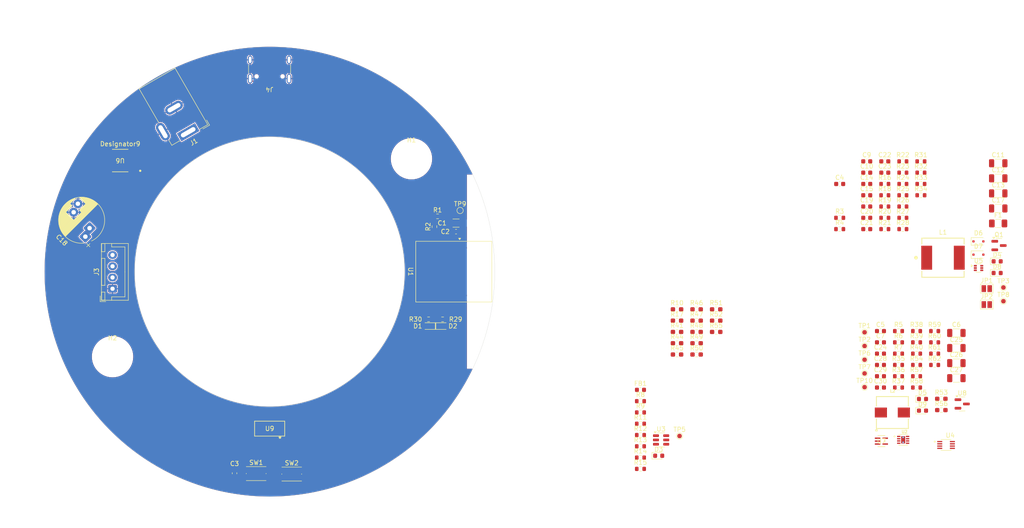
<source format=kicad_pcb>
(kicad_pcb (version 20241229) (generator "pcbnew") (generator_version "9.0")
  (title_block (rev "rev11"))
  (layers (0 "F.Cu" signal) (4 "In1.Cu" power) (6 "In2.Cu" power) (2 "B.Cu" signal) (13 "F.Paste" user) (15 "B.Paste" user) (5 "F.SilkS" user "F.Silkscreen") (7 "B.SilkS" user "B.Silkscreen") (1 "F.Mask" user) (3 "B.Mask" user) (25 "Edge.Cuts" user))
  (net 0 "")
  (net 1 "+3V3")
  (net 2 "Net-(U1-EN)")
  (net 3 "Vin_Buck")
  (net 4 "Net-(U5-EN)")
  (net 5 "Net-(U5-VFB)")
  (net 6 "+12V")
  (net 7 "RTN")
  (net 8 "Net-(U6-dVdT)")
  (net 9 "I_SNS")
  (net 10 "+12V_SNS")
  (net 11 "USB_D-")
  (net 12 "MODE")
  (net 13 "eFuse_SHDN")
  (net 14 "ESP_EN")
  (net 15 "Net-(U1-IO0)")
  (net 16 "Net-(U9-NCS)")
  (net 17 "Net-(U9-SPI_I2C_N)")
  (net 18 "Net-(U6-OVP)")
  (net 19 "Net-(U6-ILIM)")
  (net 20 "LVL_GATE")
  (net 21 "Net-(U9-SYNC)")
  (net 22 "TOF_SDA")
  (net 23 "TOF_SCL")
  (net 24 "DATA_ESP")
  (net 25 "Net-(J4-CC2)")
  (net 26 "Net-(J4-CC1)")
  (net 27 "ESP_IO9")
  (net 28 "Net-(U4-EN)")
  (net 29 "+12V_IN")
  (net 30 "Net-(U5-SW)")
  (net 31 "Net-(U5-VBST)")
  (net 32 "+5V")
  (net 33 "+1V8")
  (net 34 "Net-(D3-A)")
  (net 35 "Net-(D4-A)")
  (net 36 "Net-(D5-A)")
  (net 37 "VBUS")
  (net 38 "Net-(D8-A)")
  (net 39 "Net-(D9-A)")
  (net 40 "Net-(FB1-Pad2)")
  (net 41 "Net-(J4-D-1)")
  (net 42 "Net-(J3-Pin_3)")
  (net 43 "BACKUP")
  (net 45 "Net-(J4-D+1)")
  (net 47 "Net-(U2-SW)")
  (net 48 "Net-(Q1-D)")
  (net 49 "Net-(U2-PG)")
  (net 50 "Net-(U1-IO12)")
  (net 51 "USB_D+")
  (net 52 "Net-(U1-IO13)")
  (net 53 "Net-(U6-UVLO)")
  (net 54 "Net-(U1-IO23)")
  (net 55 "Net-(U1-IO22)")
  (net 56 "eFuse_FAULT")
  (net 57 "DATA")
  (net 58 "Net-(U9-LPN)")
  (net 59 "Net-(U9-INT)")
  (net 60 "Net-(U1-IO1)")
  (net 61 "Net-(U1-IO2)")
  (net 62 "Net-(U1-IO14)")
  (net 63 "Net-(U1-IO15)")
  (net 64 "Net-(U1-IO18)")
  (net 66 "Net-(U1-IO20)")
  (net 68 "Net-(U1-IO5)")
  (net 69 "Net-(U1-IO4)")
  (net 70 "Net-(U1-IO7)")
  (net 71 "ESP_SCL")
  (net 72 "Net-(U1-IO6)")
  (net 73 "ESP_SDA")
  (net 74 "Net-(U9-SCL{slash}MCLK)")
  (net 76 "Net-(U9-SDA_{slash}_MOSI)")
  (net 94 "GND")
  (net 95 "Net-(D1-A)")
  (net 96 "Net-(D2-A)")
  (footprint "Capacitor_SMD:C_1206_3216Metric" (layer "F.Cu") (at 261.835 79.25)
    (property "Reference" "C12" (at 0 -1.85 0) (layer "F.SilkS"))
    (property "Value" "10n/50V")
    (pad "1" smd roundrect (at -1.475 0) (size 1.15 1.8) (layers "F.Cu" "F.Mask" "F.Paste") (roundrect_rratio 0.217391) (net 4 "Net-(U5-EN)"))
    (pad "2" smd roundrect (at 1.475 0) (size 1.15 1.8) (layers "F.Cu" "F.Mask" "F.Paste") (roundrect_rratio 0.217391) (net 94 "GND"))
  )
  (footprint "Resistor_SMD:R_0603_1608Metric_Pad0.98x0.95mm_HandSolder" (layer "F.Cu") (at 190.485 118.42)
    (property "Reference" "R45" (at 0 -1.43 0) (layer "F.SilkS"))
    (property "Value" "0R")
    (pad "1" smd roundrect (at -0.9125 0) (size 0.975 0.95) (layers "F.Cu" "F.Mask" "F.Paste") (net 62 "Net-(U1-IO14)"))
    (pad "2" smd roundrect (at 0.9125 0) (size 0.975 0.95) (layers "F.Cu" "F.Mask" "F.Paste") (net 24 "DATA_ESP"))
  )
  (footprint "Capacitor_SMD:C_0603_1608Metric" (layer "F.Cu") (at 232.625 90.54)
    (property "Reference" "C21" (at 0 -1.43 0) (layer "F.SilkS"))
    (property "Value" "33p/50V")
    (pad "1" smd roundrect (at -0.775 0) (size 0.9 0.95) (layers "F.Cu" "F.Mask" "F.Paste") (net 9 "I_SNS"))
    (pad "2" smd roundrect (at 0.775 0) (size 0.9 0.95) (layers "F.Cu" "F.Mask" "F.Paste") (net 7 "RTN"))
  )
  (footprint "Resistor_SMD:R_0603_1608Metric_Pad0.98x0.95mm_HandSolder" (layer "F.Cu") (at 194.835 108.38)
    (property "Reference" "R46" (at 0 -1.43 0) (layer "F.SilkS"))
    (property "Value" "0R")
    (pad "1" smd roundrect (at -0.9125 0) (size 0.975 0.95) (layers "F.Cu" "F.Mask" "F.Paste") (net 63 "Net-(U1-IO15)"))
    (pad "2" smd roundrect (at 0.9125 0) (size 0.975 0.95) (layers "F.Cu" "F.Mask" "F.Paste") (net 20 "LVL_GATE"))
  )
  (footprint "Resistor_SMD:R_0603_1608Metric_Pad0.98x0.95mm_HandSolder" (layer "F.Cu") (at 249.195 130.78)
    (property "Reference" "R56" (at 0 -1.43 0) (layer "F.SilkS"))
    (property "Value" "0R")
    (pad "1" smd roundrect (at -0.9125 0) (size 0.975 0.95) (layers "F.Cu" "F.Mask" "F.Paste") (net 22 "TOF_SDA"))
    (pad "2" smd roundrect (at 0.9125 0) (size 0.975 0.95) (layers "F.Cu" "F.Mask" "F.Paste") (net 76 "Net-(U9-SDA_{slash}_MOSI)"))
  )
  (footprint "LED_SMD:LED_0603_1608Metric" (layer "F.Cu") (at 245.015 128.31)
    (property "Reference" "D5" (at 0 -1.43 0) (layer "F.SilkS"))
    (property "Value" "LED_green_1V8")
    (pad "1" smd roundrect (at -0.7875 0) (size 0.875 0.95) (layers "F.Cu" "F.Mask" "F.Paste") (net 94 "GND"))
    (pad "2" smd roundrect (at 0.7875 0) (size 0.875 0.95) (layers "F.Cu" "F.Mask" "F.Paste") (net 36 "Net-(D5-A)"))
  )
  (footprint "Resistor_SMD:R_0603_1608Metric" (layer "F.Cu") (at 243.695 113.21)
    (property "Reference" "R38" (at 0 -1.43 0) (layer "F.SilkS"))
    (property "Value" "47K")
    (pad "1" smd roundrect (at -0.825 0) (size 0.8 0.95) (layers "F.Cu" "F.Mask" "F.Paste") (net 33 "+1V8"))
    (pad "2" smd roundrect (at 0.825 0) (size 0.8 0.95) (layers "F.Cu" "F.Mask" "F.Paste") (net 59 "Net-(U9-INT)"))
  )
  (footprint "LED_SMD:LED_0603_1608Metric" (layer "F.Cu") (at 245.015 130.9)
    (property "Reference" "D9" (at 0 -1.43 0) (layer "F.SilkS"))
    (property "Value" "LED_green_5V")
    (pad "1" smd roundrect (at -0.7875 0) (size 0.875 0.95) (layers "F.Cu" "F.Mask" "F.Paste") (net 94 "GND"))
    (pad "2" smd roundrect (at 0.7875 0) (size 0.875 0.95) (layers "F.Cu" "F.Mask" "F.Paste") (net 39 "Net-(D9-A)"))
  )
  (footprint "Resistor_SMD:R_0603_1608Metric" (layer "F.Cu") (at 240.645 80.5)
    (property "Reference" "R24" (at 0 -1.43 0) (layer "F.SilkS"))
    (property "Value" "10K")
    (pad "1" smd roundrect (at -0.825 0) (size 0.8 0.95) (layers "F.Cu" "F.Mask" "F.Paste") (net 53 "Net-(U6-UVLO)"))
    (pad "2" smd roundrect (at 0.825 0) (size 0.8 0.95) (layers "F.Cu" "F.Mask" "F.Paste") (net 18 "Net-(U6-OVP)"))
  )
  (footprint "MountingHole:MountingHole_3.2mm_M3" (layer "F.Cu") (at 131.5 74.9)
    (property "Reference" "H1" (at 0 -4.15 0) (layer "F.SilkS"))
    (property "Value" "MountingHole" (hide yes))
    (pad "" np_thru_hole circle (at 0 0) (size 3.2 3.2) (drill 3.2) (layers "*.Cu" "*.Mask"))
  )
  (footprint "Resistor_SMD:R_0603_1608Metric" (layer "F.Cu") (at 226.615 88.03)
    (property "Reference" "R3" (at 0 -1.43 0) (layer "F.SilkS"))
    (property "Value" "0R")
    (pad "1" smd roundrect (at -0.825 0) (size 0.8 0.95) (layers "F.Cu" "F.Mask" "F.Paste") (net 27 "ESP_IO9"))
    (pad "2" smd roundrect (at 0.825 0) (size 0.8 0.95) (layers "F.Cu" "F.Mask" "F.Paste") (net 27 "ESP_IO9"))
  )
  (footprint "Capacitor_SMD:C_0603_1608Metric" (layer "F.Cu") (at 226.615 80.5)
    (property "Reference" "C4" (at 0 -1.43 0) (layer "F.SilkS"))
    (property "Value" "100n/50V")
    (pad "1" smd roundrect (at -0.775 0) (size 0.9 0.95) (layers "F.Cu" "F.Mask" "F.Paste") (net 94 "GND"))
    (pad "2" smd roundrect (at 0.775 0) (size 0.9 0.95) (layers "F.Cu" "F.Mask" "F.Paste") (net 27 "ESP_IO9"))
  )
  (footprint "Connector_BarrelJack:BarrelJack_GCT_DCJ200-10-A_Horizontal" (layer "F.Cu") (at 81.9 69 -150)
    (property "Reference" "J1" (at 0 -2.5 30) (layer "F.SilkS"))
    (property "Value" "Barrel_Jack_Switch" (hide yes))
    (pad "1" thru_hole rect (at 0 0 210) (size 4.6 2) (drill oval 3.6 1) (layers "*.Cu" "*.Mask") (net 29 "+12V_IN"))
    (pad "2" thru_hole oval (at 0 6.3 210) (size 4.2 2) (drill oval 3.2 1) (layers "*.Cu" "*.Mask") (net 94 "GND"))
    (pad "3" thru_hole oval (at 4.8 2.9 210) (size 2 4.2) (drill oval 1 3.2) (layers "*.Cu" "*.Mask") (net 94 "GND"))
  )
  (footprint "Resistor_SMD:R_0603_1608Metric" (layer "F.Cu") (at 240.645 85.52)
    (property "Reference" "R26" (at 0 -1.43 0) (layer "F.SilkS"))
    (property "Value" "8K2")
    (pad "1" smd roundrect (at -0.825 0) (size 0.8 0.95) (layers "F.Cu" "F.Mask" "F.Paste") (net 7 "RTN"))
    (pad "2" smd roundrect (at 0.825 0) (size 0.8 0.95) (layers "F.Cu" "F.Mask" "F.Paste") (net 19 "Net-(U6-ILIM)"))
  )
  (footprint "Capacitor_SMD:C_0603_1608Metric" (layer "F.Cu") (at 235.675 118.23)
    (property "Reference" "C24" (at 0 -1.43 0) (layer "F.SilkS"))
    (property "Value" "100n/50V")
    (pad "1" smd roundrect (at -0.775 0) (size 0.9 0.95) (layers "F.Cu" "F.Mask" "F.Paste") (net 32 "+5V"))
    (pad "2" smd roundrect (at 0.775 0) (size 0.9 0.95) (layers "F.Cu" "F.Mask" "F.Paste") (net 94 "GND"))
  )
  (footprint "Capacitor_SMD:C_1206_3216Metric" (layer "F.Cu") (at 261.835 75.9)
    (property "Reference" "C11" (at 0 -1.85 0) (layer "F.SilkS"))
    (property "Value" "10u/25V")
    (pad "1" smd roundrect (at -1.475 0) (size 1.15 1.8) (layers "F.Cu" "F.Mask" "F.Paste") (roundrect_rratio 0.217391) (net 3 "Vin_Buck"))
    (pad "2" smd roundrect (at 1.475 0) (size 1.15 1.8) (layers "F.Cu" "F.Mask" "F.Paste") (roundrect_rratio 0.217391) (net 94 "GND"))
  )
  (footprint "Resistor_SMD:R_0603_1608Metric" (layer "F.Cu") (at 236.635 85.52)
    (property "Reference" "R19" (at 0 -1.43 0) (layer "F.SilkS"))
    (property "Value" "20K")
    (pad "1" smd roundrect (at -0.825 0) (size 0.8 0.95) (layers "F.Cu" "F.Mask" "F.Paste") (net 4 "Net-(U5-EN)"))
    (pad "2" smd roundrect (at 0.825 0) (size 0.8 0.95) (layers "F.Cu" "F.Mask" "F.Paste") (net 94 "GND"))
  )
  (footprint "Resistor_SMD:R_0603_1608Metric" (layer "F.Cu") (at 240.645 90.54)
    (property "Reference" "R28" (at 0 -1.43 0) (layer "F.SilkS"))
    (property "Value" "10K")
    (pad "1" smd roundrect (at -0.825 0) (size 0.8 0.95) (layers "F.Cu" "F.Mask" "F.Paste") (net 13 "eFuse_SHDN"))
    (pad "2" smd roundrect (at 0.825 0) (size 0.8 0.95) (layers "F.Cu" "F.Mask" "F.Paste") (net 94 "GND"))
  )
  (footprint "Resistor_SMD:R_0603_1608Metric_Pad0.98x0.95mm_HandSolder" (layer "F.Cu") (at 199.185 110.89)
    (property "Reference" "R52" (at 0 -1.43 0) (layer "F.SilkS"))
    (property "Value" "0R")
    (pad "1" smd roundrect (at -0.9125 0) (size 0.975 0.95) (layers "F.Cu" "F.Mask" "F.Paste") (net 72 "Net-(U1-IO6)"))
    (pad "2" smd roundrect (at 0.9125 0) (size 0.975 0.95) (layers "F.Cu" "F.Mask" "F.Paste") (net 73 "ESP_SDA"))
  )
  (footprint "74437358033:WE-LHMI_8040_PW5" (layer "F.Cu") (at 249.56 96.895)
    (property "Reference" "L1" (at 0 -5.635 0) (layer "F.SilkS"))
    (property "Value" "4u7")
    (pad "1" smd rect (at -3.62 0) (size 2.42 5.33) (layers "F.Cu" "F.Mask" "F.Paste") (net 30 "Net-(U5-SW)"))
    (pad "2" smd rect (at 3.62 0) (size 2.42 5.33) (layers "F.Cu" "F.Mask" "F.Paste") (net 1 "+3V3"))
    (zone (net 0) (net_name "") (layer "F.Cu") (connect_pads (clearance 0)) (min_thickness 0.01)
      (keepout (tracks not_allowed) (vias not_allowed) (pads not_allowed) (copperpour not_allowed) (footprints allowed))
      (fill (thermal_gap 0.508) (thermal_bridge_width 0.508))
      (polygon (pts (xy 247.15 92.645) (xy 251.97 92.645) (xy 251.97 101.145) (xy 247.15 101.145)))
    )
    (zone (net 0) (net_name "") (layer "F.Cu") (connect_pads (clearance 0)) (min_thickness 0.01)
      (keepout (tracks not_allowed) (vias not_allowed) (pads not_allowed) (copperpour not_allowed) (footprints allowed))
      (fill (thermal_gap 0.508) (thermal_bridge_width 0.508))
      (polygon (pts (xy 247.15 92.645) (xy 251.97 92.645) (xy 251.97 101.145) (xy 247.15 101.145)))
    )
  )
  (footprint "TestPoint:TestPoint_Pad_D1.0mm" (layer "F.Cu") (at 232.145 116.53)
    (property "Reference" "TP2" (at 0 -1.448 0) (layer "F.SilkS"))
    (property "Value" "TestPoint")
    (pad "1" smd circle (at 0 0) (size 1 1) (layers "F.Cu" "F.Mask") (net 24 "DATA_ESP"))
  )
  (footprint "Resistor_SMD:R_0603_1608Metric" (layer "F.Cu") (at 239.685 125.76)
    (property "Reference" "R37" (at 0 -1.43 0) (layer "F.SilkS"))
    (property "Value" "47K")
    (pad "1" smd roundrect (at -0.825 0) (size 0.8 0.95) (layers "F.Cu" "F.Mask" "F.Paste") (net 33 "+1V8"))
    (pad "2" smd roundrect (at 0.825 0) (size 0.8 0.95) (layers "F.Cu" "F.Mask" "F.Paste") (net 21 "Net-(U9-SYNC)"))
  )
  (footprint "Resistor_SMD:R_0603_1608Metric" (layer "F.Cu") (at 182.365 141.34)
    (property "Reference" "R14" (at 0 -1.43 0) (layer "F.SilkS"))
    (property "Value" "0R")
    (pad "1" smd roundrect (at -0.825 0) (size 0.8 0.95) (layers "F.Cu" "F.Mask" "F.Paste") (net 45 "Net-(J4-D+1)"))
    (pad "2" smd roundrect (at 0.825 0) (size 0.8 0.95) (layers "F.Cu" "F.Mask" "F.Paste") (net 11 "USB_D-"))
  )
  (footprint "Resistor_SMD:R_0603_1608Metric" (layer "F.Cu") (at 243.695 115.72)
    (property "Reference" "R39" (at 0 -1.43 0) (layer "F.SilkS"))
    (property "Value" "2K2")
    (pad "1" smd roundrect (at -0.825 0) (size 0.8 0.95) (layers "F.Cu" "F.Mask" "F.Paste") (net 33 "+1V8"))
    (pad "2" smd roundrect (at 0.825 0) (size 0.8 0.95) (layers "F.Cu" "F.Mask" "F.Paste") (net 22 "TOF_SDA"))
  )
  (footprint "LED_SMD:LED_0603_1608Metric" (layer "F.Cu") (at 186.415 140.93)
    (property "Reference" "D3" (at 0 -1.43 0) (layer "F.SilkS"))
    (property "Value" "LED_green_VBUS")
    (pad "1" smd roundrect (at -0.7875 0) (size 0.875 0.95) (layers "F.Cu" "F.Mask" "F.Paste") (net 94 "GND"))
    (pad "2" smd roundrect (at 0.7875 0) (size 0.875 0.95) (layers "F.Cu" "F.Mask" "F.Paste") (net 34 "Net-(D3-A)"))
  )
  (footprint "Resistor_SMD:R_0603_1608Metric" (layer "F.Cu") (at 247.705 118.23)
    (property "Reference" "R61" (at 0 -1.43 0) (layer "F.SilkS"))
    (property "Value" "4K7")
    (pad "1" smd roundrect (at -0.825 0) (size 0.8 0.95) (layers "F.Cu" "F.Mask" "F.Paste") (net 1 "+3V3"))
    (pad "2" smd roundrect (at 0.825 0) (size 0.8 0.95) (layers "F.Cu" "F.Mask" "F.Paste") (net 73 "ESP_SDA"))
  )
  (footprint "Button_Switch_SMD:SW_Push_1P1T_NO_CK_KMR2" (layer "F.Cu") (at 97 144.9)
    (property "Reference" "SW1" (at 0 -2.45 0) (layer "F.SilkS"))
    (property "Value" "SW_Push" (hide yes))
    (pad "1" smd rect (at -2.05 -0.8) (size 0.9 1) (layers "F.Cu" "F.Mask" "F.Paste") (net 94 "GND"))
    (pad "1" smd rect (at 2.05 -0.8) (size 0.9 1) (layers "F.Cu" "F.Mask" "F.Paste") (net 94 "GND"))
    (pad "2" smd rect (at -2.05 0.8) (size 0.9 1) (layers "F.Cu" "F.Mask" "F.Paste") (net 14 "ESP_EN"))
    (pad "2" smd rect (at 2.05 0.8) (size 0.9 1) (layers "F.Cu" "F.Mask" "F.Paste") (net 14 "ESP_EN"))
  )
  (footprint "Package_TO_SOT_SMD:SOT-23-6" (layer "F.Cu") (at 186.945 137.415)
    (property "Reference" "U3" (at 0 -2.4 0) (layer "F.SilkS"))
    (property "Value" "WE-TVS-82400102")
    (pad "1" smd roundrect (at -1.1375 -0.95) (size 1.325 0.6) (layers "F.Cu" "F.Mask" "F.Paste") (net 11 "USB_D-"))
    (pad "2" smd roundrect (at -1.1375 0) (size 1.325 0.6) (layers "F.Cu" "F.Mask" "F.Paste") (net 94 "GND"))
    (pad "3" smd roundrect (at -1.1375 0.95) (size 1.325 0.6) (layers "F.Cu" "F.Mask" "F.Paste") (net 51 "USB_D+"))
    (pad "4" smd roundrect (at 1.1375 0.95) (size 1.325 0.6) (layers "F.Cu" "F.Mask" "F.Paste") (net 45 "Net-(J4-D+1)"))
    (pad "5" smd roundrect (at 1.1375 0) (size 1.325 0.6) (layers "F.Cu" "F.Mask" "F.Paste") (net 41 "Net-(J4-D-1)"))
    (pad "6" smd roundrect (at 1.1375 -0.95) (size 1.325 0.6) (layers "F.Cu" "F.Mask" "F.Paste") (net 41 "Net-(J4-D-1)"))
  )
  (footprint "LED_SMD:LED_0603_1608Metric" (layer "F.Cu") (at 135.3 112.1 180)
    (property "Reference" "D1" (at 2.4 0 0) (layer "F.SilkS"))
    (property "Value" "LED_green" (hide yes))
    (pad "1" smd roundrect (at -0.7875 0 180) (size 0.875 0.95) (layers "F.Cu" "F.Mask" "F.Paste") (net 94 "GND"))
    (pad "2" smd roundrect (at 0.7875 0 180) (size 0.875 0.95) (layers "F.Cu" "F.Mask" "F.Paste") (net 95 "Net-(D1-A)"))
  )
  (footprint "TPS62081DSGR:SON50P200X200X80-9N" (layer "F.Cu") (at 240.715 137.39)
    (property "Reference" "U2" (at 0.292 -1.7934 0) (layer "F.SilkS") (effects (font (size 0.64 0.64))))
    (property "Value" "TPS62081DSGR")
    (pad "1" smd roundrect (at -0.985 -0.75) (size 0.74 0.28) (layers "F.Cu" "F.Mask" "F.Paste") (roundrect_rratio 0.125) (net 1 "+3V3"))
    (pad "2" smd roundrect (at -0.985 -0.25) (size 0.74 0.28) (layers "F.Cu" "F.Mask" "F.Paste") (roundrect_rratio 0.125) (net 94 "GND"))
    (pad "3" smd roundrect (at -0.985 0.25) (size 0.74 0.28) (layers "F.Cu" "F.Mask" "F.Paste") (roundrect_rratio 0.125) (net 94 "GND"))
    (pad "4" smd roundrect (at -0.985 0.75) (size 0.74 0.28) (layers "F.Cu" "F.Mask" "F.Paste") (roundrect_rratio 0.125))
    (pad "5" smd roundrect (at 0.985 0.75) (size 0.74 0.28) (layers "F.Cu" "F.Mask" "F.Paste") (roundrect_rratio 0.125) (net 33 "+1V8"))
    (pad "6" smd roundrect (at 0.985 0.25) (size 0.74 0.28) (layers "F.Cu" "F.Mask" "F.Paste") (roundrect_rratio 0.125) (net 49 "Net-(U2-PG)"))
    (pad "7" smd roundrect (at 0.985 -0.25) (size 0.74 0.28) (layers "F.Cu" "F.Mask" "F.Paste") (roundrect_rratio 0.125) (net 47 "Net-(U2-SW)"))
    (pad "8" smd roundrect (at 0.985 -0.75) (size 0.74 0.28) (layers "F.Cu" "F.Mask" "F.Paste") (roundrect_rratio 0.125) (net 1 "+3V3"))
    (pad "9" smd rect (at 0 0) (size 0.9 1.6) (layers "F.Cu" "F.Mask") (net 94 "GND"))
    (pad "9_1" thru_hole circle (at 0 -0.55) (size 0.4 0.4) (drill 0.2) (layers "*.Cu"))
    (pad "9_2" thru_hole circle (at 0 0.55) (size 0.4 0.4) (drill 0.2) (layers "*.Cu"))
  )
  (footprint "Resistor_SMD:R_0603_1608Metric" (layer "F.Cu") (at 239.685 113.21)
    (property "Reference" "R5" (at 0 -1.43 0) (layer "F.SilkS"))
    (property "Value" "47K")
    (pad "1" smd roundrect (at -0.825 0) (size 0.8 0.95) (layers "F.Cu" "F.Mask" "F.Paste") (net 16 "Net-(U9-NCS)"))
    (pad "2" smd roundrect (at 0.825 0) (size 0.8 0.95) (layers "F.Cu" "F.Mask" "F.Paste") (net 94 "GND"))
  )
  (footprint "TestPoint:TestPoint_Pad_D1.0mm" (layer "F.Cu") (at 232.145 125.68)
    (property "Reference" "TP10" (at 0 -1.448 0) (layer "F.SilkS"))
    (property "Value" "TestPoint")
    (pad "1" smd circle (at 0 0) (size 1 1) (layers "F.Cu" "F.Mask") (net 32 "+5V"))
  )
  (footprint "Resistor_SMD:R_0603_1608Metric" (layer "F.Cu") (at 138.4125 110.6)
    (property "Reference" "R29" (at 2.9 0 0) (layer "F.SilkS"))
    (property "Value" "270R" (hide yes))
    (pad "1" smd roundrect (at -0.825 0) (size 0.8 0.95) (layers "F.Cu" "F.Mask" "F.Paste") (net 54 "Net-(U1-IO23)"))
    (pad "2" smd roundrect (at 0.825 0) (size 0.8 0.95) (layers "F.Cu" "F.Mask" "F.Paste") (net 96 "Net-(D2-A)"))
  )
  (footprint "Capacitor_SMD:C_1206_3216Metric" (layer "F.Cu") (at 252.535 116.98)
    (property "Reference" "C25" (at 0 -1.85 0) (layer "F.SilkS"))
    (property "Value" "10u/25V")
    (pad "1" smd roundrect (at -1.475 0) (size 1.15 1.8) (layers "F.Cu" "F.Mask" "F.Paste") (roundrect_rratio 0.217391) (net 6 "+12V"))
    (pad "2" smd roundrect (at 1.475 0) (size 1.15 1.8) (layers "F.Cu" "F.Mask" "F.Paste") (roundrect_rratio 0.217391) (net 94 "GND"))
  )
  (footprint "Resistor_SMD:R_0603_1608Metric" (layer "F.Cu") (at 182.365 138.83)
    (property "Reference" "R13" (at 0 -1.43 0) (layer "F.SilkS"))
    (property "Value" "0R")
    (pad "1" smd roundrect (at -0.825 0) (size 0.8 0.95) (layers "F.Cu" "F.Mask" "F.Paste") (net 41 "Net-(J4-D-1)"))
    (pad "2" smd roundrect (at 0.825 0) (size 0.8 0.95) (layers "F.Cu" "F.Mask" "F.Paste") (net 51 "USB_D+"))
  )
  (footprint "Resistor_SMD:R_0603_1608Metric" (layer "F.Cu") (at 239.685 115.72)
    (property "Reference" "R6" (at 0 -1.43 0) (layer "F.SilkS"))
    (property "Value" "178K")
    (pad "1" smd roundrect (at -0.825 0) (size 0.8 0.95) (layers "F.Cu" "F.Mask" "F.Paste") (net 49 "Net-(U2-PG)"))
    (pad "2" smd roundrect (at 0.825 0) (size 0.8 0.95) (layers "F.Cu" "F.Mask" "F.Paste") (net 33 "+1V8"))
  )
  (footprint "MountingHole:MountingHole_3.2mm_M3" (layer "F.Cu") (at 65.1 118.9)
    (property "Reference" "H2" (at 0 -4.15 0) (layer "F.SilkS"))
    (property "Value" "MountingHole" (hide yes))
    (pad "" np_thru_hole circle (at 0 0) (size 3.2 3.2) (drill 3.2) (layers "*.Cu" "*.Mask"))
  )
  (footprint "Diode_SMD:D_SOD-323F" (layer "F.Cu") (at 257.43 96.22)
    (property "Reference" "D7" (at 0 -1.85 0) (layer "F.SilkS"))
    (property "Value" "SS0840WS")
    (pad "1" smd roundrect (at -1.1 0) (size 0.5 0.5) (layers "F.Cu" "F.Mask" "F.Paste") (net 3 "Vin_Buck"))
    (pad "2" smd roundrect (at 1.1 0) (size 0.5 0.5) (layers "F.Cu" "F.Mask" "F.Paste") (net 37 "VBUS"))
  )
  (footprint "Capacitor_SMD:C_0603_1608Metric" (layer "F.Cu") (at 236.635 75.48)
    (property "Reference" "C22" (at 0 -1.43 0) (layer "F.SilkS"))
    (property "Value" "100n/50V")
    (pad "1" smd roundrect (at -0.775 0) (size 0.9 0.95) (layers "F.Cu" "F.Mask" "F.Paste") (net 6 "+12V"))
    (pad "2" smd roundrect (at 0.775 0) (size 0.9 0.95) (layers "F.Cu" "F.Mask" "F.Paste") (net 94 "GND"))
  )
  (footprint "TC7SET126FU:SOT-353F   USV_TOS" (layer "F.Cu") (at 235.8845 137.6771)
    (property "Reference" "U7" (at 0 0 0) (layer "F.SilkS"))
    (property "Value" "TC7SET126FU_LJCT")
    (fp_text user "*" (at -1.1049 -2.0978 0) (layer "F.SilkS"))
    (fp_text user "*" (at -1.1049 -2.0978 0) (layer "F.SilkS"))
    (pad "1" smd rect (at -0.8509 -0.649999) (size 1.2192 0.3048) (layers "F.Cu" "F.Mask" "F.Paste") (net 20 "LVL_GATE"))
    (pad "2" smd rect (at -0.8509 0) (size 1.2192 0.3048) (layers "F.Cu" "F.Mask" "F.Paste") (net 24 "DATA_ESP"))
    (pad "3" smd rect (at -0.8509 0.649999) (size 1.2192 0.3048) (layers "F.Cu" "F.Mask" "F.Paste") (net 94 "GND"))
    (pad "4" smd rect (at 0.8509 0.649999) (size 1.2192 0.3048) (layers "F.Cu" "F.Mask" "F.Paste") (net 57 "DATA"))
    (pad "5" smd rect (at 0.8509 -0.649999) (size 1.2192 0.3048) (layers "F.Cu" "F.Mask" "F.Paste") (net 32 "+5V"))
  )
  (footprint "Resistor_SMD:R_0603_1608Metric" (layer "F.Cu") (at 240.645 75.48)
    (property "Reference" "R22" (at 0 -1.43 0) (layer "F.SilkS"))
    (property "Value" "270R")
    (pad "1" smd roundrect (at -0.825 0) (size 0.8 0.95) (layers "F.Cu" "F.Mask" "F.Paste") (net 1 "+3V3"))
    (pad "2" smd roundrect (at 0.825 0) (size 0.8 0.95) (layers "F.Cu" "F.Mask" "F.Paste") (net 38 "Net-(D8-A)"))
  )
  (footprint "Capacitor_SMD:C_1206_3216Metric" (layer "F.Cu") (at 141.4 89.2)
    (property "Reference" "C1" (at -3.1 0 0) (layer "F.SilkS"))
    (property "Value" "22u/10V" (hide yes))
    (pad "1" smd roundrect (at -1.475 0) (size 1.15 1.8) (layers "F.Cu" "F.Mask" "F.Paste") (roundrect_rratio 0.217391) (net 1 "+3V3"))
    (pad "2" smd roundrect (at 1.475 0) (size 1.15 1.8) (layers "F.Cu" "F.Mask" "F.Paste") (roundrect_rratio 0.217391) (net 94 "GND"))
  )
  (footprint "LED_SMD:LED_0603_1608Metric" (layer "F.Cu") (at 138.4 112.1)
    (property "Reference" "D2" (at 2.3 0 0) (layer "F.SilkS"))
    (property "Value" "LED_green" (hide yes))
    (pad "1" smd roundrect (at -0.7875 0) (size 0.875 0.95) (layers "F.Cu" "F.Mask" "F.Paste") (net 94 "GND"))
    (pad "2" smd roundrect (at 0.7875 0) (size 0.875 0.95) (layers "F.Cu" "F.Mask" "F.Paste") (net 96 "Net-(D2-A)"))
  )
  (footprint "Resistor_SMD:R_0603_1608Metric" (layer "F.Cu") (at 243.695 125.76)
    (property "Reference" "R58" (at 0 -1.43 0) (layer "F.SilkS"))
    (property "Value" "200K")
    (pad "1" smd roundrect (at -0.825 0) (size 0.8 0.95) (layers "F.Cu" "F.Mask" "F.Paste") (net 28 "Net-(U4-EN)"))
    (pad "2" smd roundrect (at 0.825 0) (size 0.8 0.95) (layers "F.Cu" "F.Mask" "F.Paste") (net 1 "+3V3"))
  )
  (footprint "Capacitor_SMD:C_0603_1608Metric" (layer "F.Cu") (at 232.625 88.03)
    (property "Reference" "C20" (at 0 -1.43 0) (layer "F.SilkS"))
    (property "Value" "100n/50V")
    (pad "1" smd roundrect (at -0.775 0) (size 0.9 0.95) (layers "F.Cu" "F.Mask" "F.Paste") (net 7 "RTN"))
    (pad "2" smd roundrect (at 0.775 0) (size 0.9 0.95) (layers "F.Cu" "F.Mask" "F.Paste") (net 8 "Net-(U6-dVdT)"))
  )
  (footprint "TestPoint:TestPoint_Pad_D1.0mm" (layer "F.Cu") (at 142.3 86.4)
    (property "Reference" "TP9" (at 0 -1.448 0) (layer "F.SilkS"))
    (property "Value" "TestPoint" (hide yes))
    (pad "1" smd circle (at 0 0) (size 1 1) (layers "F.Cu" "F.Mask") (net 2 "Net-(U1-EN)"))
  )
  (footprint "Resistor_SMD:R_0603_1608Metric" (layer "F.Cu") (at 240.645 77.99)
    (property "Reference" "R23" (at 0 -1.43 0) (layer "F.SilkS"))
    (property "Value" "91K")
    (pad "1" smd roundrect (at -0.825 0) (size 0.8 0.95) (layers "F.Cu" "F.Mask" "F.Paste") (net 29 "+12V_IN"))
    (pad "2" smd roundrect (at 0.825 0) (size 0.8 0.95) (layers "F.Cu" "F.Mask" "F.Paste") (net 53 "Net-(U6-UVLO)"))
  )
  (footprint "Capacitor_SMD:C_1206_3216Metric" (layer "F.Cu") (at 252.535 123.68)
    (property "Reference" "C27" (at 0 -1.85 0) (layer "F.SilkS"))
    (property "Value" "22u/10V")
    (pad "1" smd roundrect (at -1.475 0) (size 1.15 1.8) (layers "F.Cu" "F.Mask" "F.Paste") (roundrect_rratio 0.217391) (net 33 "+1V8"))
    (pad "2" smd roundrect (at 1.475 0) (size 1.15 1.8) (layers "F.Cu" "F.Mask" "F.Paste") (roundrect_rratio 0.217391) (net 94 "GND"))
  )
  (footprint "Resistor_SMD:R_0603_1608Metric" (layer "F.Cu") (at 182.365 133.81)
    (property "Reference" "R11" (at 0 -1.43 0) (layer "F.SilkS"))
    (property "Value" "5K1")
    (pad "1" smd roundrect (at -0.825 0) (size 0.8 0.95) (layers "F.Cu" "F.Mask" "F.Paste") (net 94 "GND"))
    (pad "2" smd roundrect (at 0.825 0) (size 0.8 0.95) (layers "F.Cu" "F.Mask" "F.Paste") (net 25 "Net-(J4-CC2)"))
  )
  (footprint "Capacitor_SMD:C_1206_3216Metric" (layer "F.Cu") (at 261.835 85.95)
    (property "Reference" "C17" (at 0 -1.85 0) (layer "F.SilkS"))
    (property "Value" "10u/25V")
    (pad "1" smd roundrect (at -1.475 0) (size 1.15 1.8) (layers "F.Cu" "F.Mask" "F.Paste") (roundrect_rratio 0.217391) (net 3 "Vin_Buck"))
    (pad "2" smd roundrect (at 1.475 0) (size 1.15 1.8) (layers "F.Cu" "F.Mask" "F.Paste") (roundrect_rratio 0.217391) (net 94 "GND"))
  )
  (footprint "Resistor_SMD:R_0603_1608Metric" (layer "F.Cu") (at 240.645 88.03)
    (property "Reference" "R27" (at 0 -1.43 0) (layer "F.SilkS"))
    (property "Value" "27K")
    (pad "1" smd roundrect (at -0.825 0) (size 0.8 0.95) (layers "F.Cu" "F.Mask" "F.Paste") (net 9 "I_SNS"))
    (pad "2" smd roundrect (at 0.825 0) (size 0.8 0.95) (layers "F.Cu" "F.Mask" "F.Paste") (net 7 "RTN"))
  )
  (footprint "744311100:WE-HCI_7040" (layer "F.Cu") (at 238.32 131.315)
    (property "Reference" "L2" (at 0.05 -4.7564 0) (layer "F.SilkS") (effects (font (size 0.64 0.64))))
    (property "Value" "1uH")
    (pad "1" smd rect (at -2.55 0) (size 2.7 2.2) (layers "F.Cu" "F.Mask" "F.Paste") (net 47 "Net-(U2-SW)"))
    (pad "2" smd rect (at 2.55 0) (size 2.7 2.2) (layers "F.Cu" "F.Mask" "F.Paste") (net 33 "+1V8"))
  )
  (footprint "Resistor_SMD:R_0603_1608Metric" (layer "F.Cu") (at 244.655 75.48)
    (property "Reference" "R31" (at 0 -1.43 0) (layer "F.SilkS"))
    (property "Value" "10K")
    (pad "1" smd roundrect (at -0.825 0) (size 0.8 0.95) (layers "F.Cu" "F.Mask" "F.Paste") (net 56 "eFuse_FAULT"))
    (pad "2" smd roundrect (at 0.825 0) (size 0.8 0.95) (layers "F.Cu" "F.Mask" "F.Paste") (net 1 "+3V3"))
  )
  (footprint "Resistor_SMD:R_0603_1608Metric" (layer "F.Cu") (at 244.655 80.5)
    (property "Reference" "R33" (at 0 -1.43 0) (layer "F.SilkS"))
    (property "Value" "20K")
    (pad "1" smd roundrect (at -0.825 0) (size 0.8 0.95) (layers "F.Cu" "F.Mask" "F.Paste") (net 94 "GND"))
    (pad "2" smd roundrect (at 0.825 0) (size 0.8 0.95) (layers "F.Cu" "F.Mask" "F.Paste") (net 10 "+12V_SNS"))
  )
  (footprint "Resistor_SMD:R_0603_1608Metric" (layer "F.Cu") (at 240.645 83.01)
    (property "Reference" "R25" (at 0 -1.43 0) (layer "F.SilkS"))
    (property "Value" "10K")
    (pad "1" smd roundrect (at -0.825 0) (size 0.8 0.95) (layers "F.Cu" "F.Mask" "F.Paste") (net 18 "Net-(U6-OVP)"))
    (pad "2" smd roundrect (at 0.825 0) (size 0.8 0.95) (layers "F.Cu" "F.Mask" "F.Paste") (net 7 "RTN"))
  )
  (footprint "TestPoint:TestPoint_Pad_D1.0mm" (layer "F.Cu") (at 191.045 136.54)
    (property "Reference" "TP5" (at 0 -1.448 0) (layer "F.SilkS"))
    (property "Value" "TestPoint")
    (pad "1" smd circle (at 0 0) (size 1 1) (layers "F.Cu" "F.Mask") (net 41 "Net-(J4-D-1)"))
  )
  (footprint "Capacitor_SMD:C_0603_1608Metric" (layer "F.Cu") (at 232.625 83.01)
    (property "Reference" "C15" (at 0 -1.43 0) (layer "F.SilkS"))
    (property "Value" "100n/50V")
    (pad "1" smd roundrect (at -0.775 0) (size 0.9 0.95) (layers "F.Cu" "F.Mask" "F.Paste") (net 30 "Net-(U5-SW)"))
    (pad "2" smd roundrect (at 0.775 0) (size 0.9 0.95) (layers "F.Cu" "F.Mask" "F.Paste") (net 31 "Net-(U5-VBST)"))
  )
  (footprint "Capacitor_SMD:C_0603_1608Metric" (layer "F.Cu") (at 235.675 115.72)
    (property "Reference" "C7" (at 0 -1.43 0) (layer "F.SilkS"))
    (property "Value" "100n/50V")
    (pad "1" smd roundrect (at -0.775 0) (size 0.9 0.95) (layers "F.Cu" "F.Mask" "F.Paste") (net 28 "Net-(U4-EN)"))
    (pad "2" smd roundrect (at 0.775 0) (size 0.9 0.95) (layers "F.Cu" "F.Mask" "F.Paste") (net 94 "GND"))
  )
  (footprint "PCA9306DCUR:SOP50P310X90-8N" (layer "F.Cu") (at 250.245 138.53)
    (property "Reference" "U4" (at 0.925 -2.135 0) (layer "F.SilkS"))
    (property "Value" "PCA9306DCUR")
    (pad "1" smd roundrect (at -1.405 -0.75) (size 1.12 0.27) (layers "F.Cu" "F.Mask" "F.Paste") (roundrect_rratio 0.125) (net 94 "GND"))
    (pad "2" smd roundrect (at -1.405 -0.25) (size 1.12 0.27) (layers "F.Cu" "F.Mask" "F.Paste") (roundrect_rratio 0.125) (net 33 "+1V8"))
    (pad "3" smd roundrect (at -1.405 0.25) (size 1.12 0.27) (layers "F.Cu" "F.Mask" "F.Paste") (roundrect_rratio 0.125) (net 23 "TOF_SCL"))
    (pad "4" smd roundrect (at -1.405 0.75) (size 1.12 0.27) (layers "F.Cu" "F.Mask" "F.Paste") (roundrect_rratio 0.125) (net 22 "TOF_SDA"))
    (pad "5" smd roundrect (at 1.405 0.75) (size 1.12 0.27) (layers "F.Cu" "F.Mask" "F.Paste") (roundrect_rratio 0.125) (net 73 "ESP_SDA"))
    (pad "6" smd roundrect (at 1.405 0.25) (size 1.12 0.27) (layers "F.Cu" "F.Mask" "F.Paste") (roundrect_rratio 0.125) (net 71 "ESP_SCL"))
    (pad "7" smd roundrect (at 1.405 -0.25) (size 1.12 0.27) (layers "F.Cu" "F.Mask" "F.Paste") (roundrect_rratio 0.125) (net 28 "Net-(U4-EN)"))
    (pad "8" smd roundrect (at 1.405 -0.75) (size 1.12 0.27) (layers "F.Cu" "F.Mask" "F.Paste") (roundrect_rratio 0.125) (net 28 "Net-(U4-EN)"))
  )
  (footprint "Capacitor_SMD:C_1206_3216Metric" (layer "F.Cu") (at 261.835 82.6)
    (property "Reference" "C13" (at 0 -1.85 0) (layer "F.SilkS"))
    (property "Value" "22u/10V")
    (pad "1" smd roundrect (at -1.475 0) (size 1.15 1.8) (layers "F.Cu" "F.Mask" "F.Paste") (roundrect_rratio 0.217391) (net 1 "+3V3"))
    (pad "2" smd roundrect (at 1.475 0) (size 1.15 1.8) (layers "F.Cu" "F.Mask" "F.Paste") (roundrect_rratio 0.217391) (net 94 "GND"))
  )
  (footprint "Resistor_SMD:R_0603_1608Metric" (layer "F.Cu") (at 243.695 118.23)
    (property "Reference" "R40" (at 0 -1.43 0) (layer "F.SilkS"))
    (property "Value" "2K2")
    (pad "1" smd roundrect (at -0.825 0) (size 0.8 0.95) (layers "F.Cu" "F.Mask" "F.Paste") (net 33 "+1V8"))
    (pad "2" smd roundrect (at 0.825 0) (size 0.8 0.95) (layers "F.Cu" "F.Mask" "F.Paste") (net 23 "TOF_SCL"))
  )
  (footprint "TestPoint:TestPoint_Pad_D1.0mm" (layer "F.Cu") (at 232.145 113.48)
    (property "Reference" "TP1" (at 0 -1.448 0) (layer "F.SilkS"))
    (property "Value" "TestPoint")
    (pad "1" smd circle (at 0 0) (size 1 1) (layers "F.Cu" "F.Mask") (net 57 "DATA"))
  )
  (footprint "Resistor_SMD:R_0603_1608Metric" (layer "F.Cu") (at 244.655 83.01)
    (property "Reference" "R34" (at 0 -1.43 0) (layer "F.SilkS"))
    (property "Value" "470R")
    (pad "1" smd roundrect (at -0.825 0) (size 0.8 0.95) (layers "F.Cu" "F.Mask" "F.Paste") (net 42 "Net-(J3-Pin_3)"))
    (pad "2" smd roundrect (at 0.825 0) (size 0.8 0.95) (layers "F.Cu" "F.Mask" "F.Paste") (net 57 "DATA"))
  )
  (footprint "footprints:PWP0016H-IPC_A" (layer "F.Cu") (at 66.8 75.3 180)
    (property "Reference" "U6" (at 0 0 180) (layer "F.SilkS"))
    (property "Value" "TPS26400PWPR" (hide yes))
    (fp_text user "Designator9" (at 0 3.7 0) (layer "F.SilkS"))
    (pad "1" smd rect (at -2.875384 -2.274999 180) (size 1.955432 0.420766) (layers "F.Cu" "F.Mask" "F.Paste") (net 29 "+12V_IN"))
    (pad "2" smd rect (at -2.875384 -1.625001 180) (size 1.955432 0.420766) (layers "F.Cu" "F.Mask" "F.Paste") (net 29 "+12V_IN"))
    (pad "3" smd rect (at -2.875384 -0.974999 180) (size 1.955432 0.420766) (layers "F.Cu" "F.Mask" "F.Paste") (net 53 "Net-(U6-UVLO)"))
    (pad "4" smd rect (at -2.875384 -0.325001 180) (size 1.955432 0.420766) (layers "F.Cu" "F.Mask" "F.Paste"))
    (pad "5" smd rect (at -2.875384 0.325001 180) (size 1.955432 0.420766) (layers "F.Cu" "F.Mask" "F.Paste") (net 18 "Net-(U6-OVP)"))
    (pad "6" smd rect (at -2.875384 0.974999 180) (size 1.955432 0.420766) (layers "F.Cu" "F.Mask" "F.Paste") (net 12 "MODE"))
    (pad "7" smd rect (at -2.875384 1.625001 180) (size 1.955432 0.420766) (layers "F.Cu" "F.Mask" "F.Paste") (net 48 "Net-(Q1-D)"))
    (pad "8" smd rect (at -2.875384 2.274999 180) (size 1.955432 0.420766) (layers "F.Cu" "F.Mask" "F.Paste") (net 7 "RTN"))
    (pad "9" smd rect (at 2.875384 2.274999 180) (size 1.955432 0.420766) (layers "F.Cu" "F.Mask" "F.Paste") (net 94 "GND"))
    (pad "10" smd rect (at 2.875384 1.625001 180) (size 1.955432 0.420766) (layers "F.Cu" "F.Mask" "F.Paste") (net 9 "I_SNS"))
    (pad "11" smd rect (at 2.875384 0.974999 180) (size 1.955432 0.420766) (layers "F.Cu" "F.Mask" "F.Paste") (net 19 "Net-(U6-ILIM)"))
    (pad "12" smd rect (at 2.875384 0.325001 180) (size 1.955432 0.420766) (layers "F.Cu" "F.Mask" "F.Paste") (net 8 "Net-(U6-dVdT)"))
    (pad "13" smd rect (at 2.875384 -0.325001 180) (size 1.955432 0.420766) (layers "F.Cu" "F.Mask" "F.Paste"))
    (pad "14" smd rect (at 2.875384 -0.974999 180) (size 1.955432 0.420766) (layers "F.Cu" "F.Mask" "F.Paste") (net 56 "eFuse_FAULT"))
    (pad "15" smd rect (at 2.875384 -1.625001 180) (size 1.955432 0.420766) (layers "F.Cu" "F.Mask" "F.Paste") (net 6 "+12V"))
    (pad "16" smd rect (at 2.875384 -2.274999 180) (size 1.955432 0.420766) (layers "F.Cu" "F.Mask" "F.Paste") (net 6 "+12V"))
    (pad "17" smd rect (at 0 0 180) (size 2.66 3.059999) (layers "F.Cu" "F.Mask") (net 7 "RTN"))
  )
  (footprint "Resistor_SMD:R_0603_1608Metric_Pad0.98x0.95mm_HandSolder" (layer "F.Cu") (at 194.835 110.89)
    (property "Reference" "R47" (at 0 -1.43 0) (layer "F.SilkS"))
    (property "Value" "0R")
    (pad "1" smd roundrect (at -0.9125 0) (size 0.975 0.95) (layers "F.Cu" "F.Mask" "F.Paste") (net 64 "Net-(U1-IO18)"))
    (pad "2" smd roundrect (at 0.9125 0) (size 0.975 0.95) (layers "F.Cu" "F.Mask" "F.Paste"))
  )
  (footprint "Resistor_SMD:R_0603_1608Metric_Pad0.98x0.95mm_HandSolder" (layer "F.Cu") (at 190.485 108.38)
    (property "Reference" "R10" (at 0 -1.43 0) (layer "F.SilkS"))
    (property "Value" "0R")
    (pad "1" smd roundrect (at -0.9125 0) (size 0.975 0.95) (layers "F.Cu" "F.Mask" "F.Paste") (net 50 "Net-(U1-IO12)"))
    (pad "2" smd roundrect (at 0.9125 0) (size 0.975 0.95) (layers "F.Cu" "F.Mask" "F.Paste") (net 11 "USB_D-"))
  )
  (footprint "Resistor_SMD:R_0603_1608Metric_Pad0.98x0.95mm_HandSolder" (layer "F.Cu") (at 199.185 108.38)
    (property "Reference" "R51" (at 0 -1.43 0) (layer "F.SilkS"))
    (property "Value" "0R")
    (pad "1" smd roundrect (at -0.9125 0) (size 0.975 0.95) (layers "F.Cu" "F.Mask" "F.Paste") (net 70 "Net-(U1-IO7)"))
    (pad "2" smd roundrect (at 0.9125 0) (size 0.975 0.95) (layers "F.Cu" "F.Mask" "F.Paste") (net 71 "ESP_SCL"))
  )
  (footprint "Resistor_SMD:R_0603_1608Metric" (layer "F.Cu") (at 247.705 113.21)
    (property "Reference" "R59" (at 0 -1.43 0) (layer "F.SilkS"))
    (property "Value" "4K7")
    (pad "1" smd roundrect (at -0.825 0) (size 0.8 0.95) (layers "F.Cu" "F.Mask" "F.Paste") (net 23 "TOF_SCL"))
    (pad "2" smd roundrect (at 0.825 0) (size 0.8 0.95) (layers "F.Cu" "F.Mask" "F.Paste") (net 33 "+1V8"))
  )
  (footprint "Resistor_SMD:R_0603_1608Metric" (layer "F.Cu") (at 239.685 118.23)
    (property "Reference" "R7" (at 0 -1.43 0) (layer "F.SilkS"))
    (property "Value" "47K")
    (pad "1" smd roundrect (at -0.825 0) (size 0.8 0.95) (layers "F.Cu" "F.Mask" "F.Paste") (net 17 "Net-(U9-SPI_I2C_N)"))
    (pad "2" smd roundrect (at 0.825 0) (size 0.8 0.95) (layers "F.Cu" "F.Mask" "F.Paste") (net 94 "GND"))
  )
  (footprint "Resistor_SMD:R_0603_1608Metric_Pad0.98x0.95mm_HandSolder" (layer "F.Cu") (at 199.185 113.4)
    (property "Reference" "R55" (at 0 -1.43 0) (layer "F.SilkS"))
    (property "Value" "0R")
    (pad "1" smd roundrect (at -0.9125 0) (size 0.975 0.95) (layers "F.Cu" "F.Mask" "F.Paste"))
    (pad "2" smd roundrect (at 0.9125 0) (size 0.975 0.95) (layers "F.Cu" "F.Mask" "F.Paste") (net 15 "Net-(U1-IO0)"))
  )
  (footprint "Resistor_SMD:R_0603_1608Metric" (layer "F.Cu") (at 135.3 110.6)
    (property "Reference" "R30" (at -2.9 0 0) (layer "F.SilkS"))
    (property "Value" "270R" (hide yes))
    (pad "1" smd roundrect (at -0.825 0) (size 0.8 0.95) (layers "F.Cu" "F.Mask" "F.Paste") (net 95 "Net-(D1-A)"))
    (pad "2" smd roundrect (at 0.825 0) (size 0.8 0.95) (layers "F.Cu" "F.Mask" "F.Paste") (net 55 "Net-(U1-IO22)"))
  )
  (footprint "Resistor_SMD:R_0603_1608Metric_Pad0.98x0.95mm_HandSolder" (layer "F.Cu") (at 249.195 128.27)
    (property "Reference" "R53" (at 0 -1.43 0) (layer "F.SilkS"))
    (property "Value" "0R")
    (pad "1" smd roundrect (at -0.9125 0) (size 0.975 0.95) (layers "F.Cu" "F.Mask" "F.Paste") (net 23 "TOF_SCL"))
    (pad "2" smd roundrect (at 0.9125 0) (size 0.975 0.95) (layers "F.Cu" "F.Mask" "F.Paste") (net 74 "Net-(U9-SCL{slash}MCLK)"))
  )
  (footprint "Jumper:SolderJumper-2_P1.3mm_Open_Pad1.0x1.5mm" (layer "F.Cu") (at 259.285 103.77)
    (property "Reference" "JP1" (at 0 -1.8 0) (layer "F.SilkS"))
    (property "Value" "SolderJumper_2_Open")
    (pad "1" smd rect (at -0.65 0) (size 1 1.5) (layers "F.Cu" "F.Mask") (net 12 "MODE"))
    (pad "2" smd rect (at 0.65 0) (size 1 1.5) (layers "F.Cu" "F.Mask") (net 7 "RTN"))
  )
  (footprint "Fuse:Fuse_1206_3216Metric" (layer "F.Cu") (at 261.815 89.28)
    (property "Reference" "F1" (at 0 -1.83 0) (layer "F.SilkS"))
    (property "Value" "Fuse")
    (pad "1" smd roundrect (at -1.4 0) (size 1.25 1.75) (layers "F.Cu" "F.Mask" "F.Paste") (roundrect_rratio 0.2) (net 29 "+12V_IN"))
    (pad "2" smd roundrect (at 1.4 0) (size 1.25 1.75) (layers "F.Cu" "F.Mask" "F.Paste") (roundrect_rratio 0.2) (net 6 "+12V"))
  )
  (footprint "TestPoint:TestPoint_Pad_D1.0mm" (layer "F.Cu") (at 262.985 106.57)
    (property "Reference" "TP8" (at 0 -1.448 0) (layer "F.SilkS"))
    (property "Value" "TestPoint")
    (pad "1" smd circle (at 0 0) (size 1 1) (layers "F.Cu" "F.Mask") (net 1 "+3V3"))
  )
  (footprint "Resistor_SMD:R_0603_1608Metric_Pad0.98x0.95mm_HandSolder" (layer "F.Cu") (at 194.835 113.4)
    (property "Reference" "R48" (at 0 -1.43 0) (layer "F.SilkS"))
    (property "Value" "0R")
    (pad "1" smd roundrect (at -0.9125 0) (size 0.975 0.95) (layers "F.Cu" "F.Mask" "F.Paste") (net 66 "Net-(U1-IO20)"))
    (pad "2" smd roundrect (at 0.9125 0) (size 0.975 0.95) (layers "F.Cu" "F.Mask" "F.Paste"))
  )
  (footprint "Resistor_SMD:R_0603_1608Metric" (layer "F.Cu") (at 243.695 120.74)
    (property "Reference" "R54" (at 0 -1.43 0) (layer "F.SilkS"))
    (property "Value" "220R")
    (pad "1" smd roundrect (at -0.825 0) (size 0.8 0.95) (layers "F.Cu" "F.Mask" "F.Paste") (net 36 "Net-(D5-A)"))
    (pad "2" smd roundrect (at 0.825 0) (size 0.8 0.95) (layers "F.Cu" "F.Mask" "F.Paste") (net 33 "+1V8"))
  )
  (footprint "Diode_SMD:D_SOD-323F" (layer "F.Cu") (at 257.43 93.27)
    (property "Reference" "D6" (at 0 -1.85 0) (layer "F.SilkS"))
    (property "Value" "SS0840WS")
    (pad "1" smd roundrect (at -1.1 0) (size 0.5 0.5) (layers "F.Cu" "F.Mask" "F.Paste") (net 3 "Vin_Buck"))
    (pad "2" smd roundrect (at 1.1 0) (size 0.5 0.5) (layers "F.Cu" "F.Mask" "F.Paste") (net 6 "+12V"))
  )
  (footprint "LED_SMD:LED_0603_1608Metric" (layer "F.Cu") (at 261.595 100.3)
    (property "Reference" "D8" (at 0 -1.43 0) (layer "F.SilkS"))
    (property "Value" "LED_green_3V3")
    (pad "1" smd roundrect (at -0.7875 0) (size 0.875 0.95) (layers "F.Cu" "F.Mask" "F.Paste") (net 94 "GND"))
    (pad "2" smd roundrect (at 0.7875 0) (size 0.875 0.95) (layers "F.Cu" "F.Mask" "F.Paste") (net 38 "Net-(D8-A)"))
  )
  (footprint "Capacitor_SMD:C_0603_1608Metric" (layer "F.Cu") (at 235.675 125.76)
    (property "Reference" "C30" (at 0 -1.43 0) (layer "F.SilkS"))
    (property "Value" "100n/50V")
    (pad "1" smd roundrect (at -0.775 0) (size 0.9 0.95) (layers "F.Cu" "F.Mask" "F.Paste") (net 33 "+1V8"))
    (pad "2" smd roundrect (at 0.775 0) (size 0.9 0.95) (layers "F.Cu" "F.Mask" "F.Paste") (net 94 "GND"))
  )
  (footprint "Capacitor_SMD:C_0603_1608Metric" (layer "F.Cu") (at 236.635 77.99)
    (property "Reference" "C23" (at 0 -1.43 0) (layer "F.SilkS"))
    (property "Value" "33p/50V")
    (pad "1" smd roundrect (at -0.775 0) (size 0.9 0.95) (layers "F.Cu" "F.Mask" "F.Paste") (net 10 "+12V_SNS"))
    (pad "2" smd roundrect (at 0.775 0) (size 0.9 0.95) (layers "F.Cu" "F.Mask" "F.Paste") (net 94 "GND"))
  )
  (footprint "TestPoint:TestPoint_Pad_D1.0mm" (layer "F.Cu") (at 232.145 119.58)
    (property "Reference" "TP6" (at 0 -1.448 0) (layer "F.SilkS"))
    (property "Value" "TestPoint")
    (pad "1" smd circle (at 0 0) (size 1 1) (layers "F.Cu" "F.Mask") (net 1 "+3V3"))
  )
  (footprint "Resistor_SMD:R_0603_1608Metric" (layer "F.Cu") (at 244.655 77.99)
    (property "Reference" "R32" (at 0 -1.43 0) (layer "F.SilkS"))
    (property "Value" "100K")
    (pad "1" smd roundrect (at -0.825 0) (size 0.8 0.95) (layers "F.Cu" "F.Mask" "F.Paste") (net 10 "+12V_SNS"))
    (pad "2" smd roundrect (at 0.825 0) (size 0.8 0.95) (layers "F.Cu" "F.Mask" "F.Paste") (net 6 "+12V"))
  )
  (footprint "Resistor_SMD:R_0603_1608Metric_Pad0.98x0.95mm_HandSolder" (layer "F.Cu") (at 190.485 113.4)
    (property "Reference" "R41" (at 0 -1.43 0) (layer "F.SilkS"))
    (property "Value" "0R")
    (pad "1" smd roundrect (at -0.9125 0) (size 0.975 0.95) (layers "F.Cu" "F.Mask" "F.Paste") (net 10 "+12V_SNS"))
    (pad "2" smd roundrect (at 0.9125 0) (size 0.975 0.95) (layers "F.Cu" "F.Mask" "F.Paste") (net 60 "Net-(U1-IO1)"))
  )
  (footprint "Button_Switch_SMD:SW_Push_1P1T_NO_CK_KMR2" (layer "F.Cu") (at 104.9 145)
    (property "Reference" "SW2" (at 0 -2.45 0) (layer "F.SilkS"))
    (property "Value" "SW_Push" (hide yes))
    (pad "1" smd rect (at -2.05 -0.8) (size 0.9 1) (layers "F.Cu" "F.Mask" "F.Paste") (net 27 "ESP_IO9"))
    (pad "1" smd rect (at 2.05 -0.8) (size 0.9 1) (layers "F.Cu" "F.Mask" "F.Paste") (net 27 "ESP_IO9"))
    (pad "2" smd rect (at -2.05 0.8) (size 0.9 1) (layers "F.Cu" "F.Mask" "F.Paste") (net 94 "GND"))
    (pad "2" smd rect (at 2.05 0.8) (size 0.9 1) (layers "F.Cu" "F.Mask" "F.Paste") (net 94 "GND"))
  )
  (footprint "Capacitor_THT:CP_Radial_D10.0mm_P5.00mm_P7.50mm" (layer "F.Cu") (at 59.996598 90.325025 135)
    (property "Reference" "C18" (at 2.5 -6.249999 135) (layer "F.SilkS"))
    (property "Value" "1.5m/16V" (hide yes))
    (pad "1" thru_hole roundrect (at -0.672144 -2 135) (size 2 2) (drill 1) (layers "*.Cu" "*.Mask") (roundrect_rratio 0.125) (net 6 "+12V"))
    (pad "1" thru_hole roundrect (at 0 0 135) (size 2 2) (drill 1) (layers "*.Cu" "*.Mask") (roundrect_rratio 0.125) (net 6 "+12V"))
    (pad "2" thru_hole circle (at 5 0 135) (size 2 2) (drill 1) (layers "*.Cu" "*.Mask") (net 94 "GND"))
    (pad "2" thru_hole circle (at 5.672144 2 135) (size 2 2) (drill 1) (layers "*.Cu" "*.Mask") (net 94 "GND"))
  )
  (footprint "Resistor_SMD:R_0603_1608Metric" (layer "F.Cu") (at 247.705 120.74)
    (property "Reference" "R62" (at 0 -1.43 0) (layer "F.SilkS"))
    (property "Value" "4K7")
    (pad "1" smd roundrect (at -0.825 0) (size 0.8 0.95) (layers "F.Cu" "F.Mask" "F.Paste") (net 71 "ESP_SCL"))
    (pad "2" smd roundrect (at 0.825 0) (size 0.8 0.95) (layers "F.Cu" "F.Mask" "F.Paste") (net 1 "+3V3"))
  )
  (footprint "Resistor_SMD:R_0603_1608Metric" (layer "F.Cu") (at 182.365 143.85)
    (property "Reference" "R15" (at 0 -1.43 0) (layer "F.SilkS"))
    (property "Value" "470R")
    (pad "1" smd roundrect (at -0.825 0) (size 0.8 0.95) (layers "F.Cu" "F.Mask" "F.Paste") (net 34 "Net-(D3-A)"))
    (pad "2" smd roundrect (at 0.825 0) (size 0.8 0.95) (layers "F.Cu" "F.Mask" "F.Paste") (net 37 "VBUS"))
  )
  (footprint "Resistor_SMD:R_0603_1608Metric_Pad0.98x0.95mm_HandSolder" (layer "F.Cu") (at 194.835 115.91)
    (property "Reference" "R49" (at 0 -1.43 0) (layer "F.SilkS"))
    (property "Value" "0R")
    (pad "1" smd roundrect (at -0.9125 0) (size 0.975 0.95) (layers "F.Cu" "F.Mask" "F.Paste") (net 68 "Net-(U1-IO5)"))
    (pad "2" smd roundrect (at 0.9125 0) (size 0.975 0.95) (layers "F.Cu" "F.Mask" "F.Paste") (net 13 "eFuse_SHDN"))
  )
  (footprint "Resistor_SMD:R_0603_1608Metric" (layer "F.Cu") (at 236.635 88.03)
    (property "Reference" "R20" (at 0 -1.43 0) (layer "F.SilkS"))
    (property "Value" "75K")
    (pad "1" smd roundrect (at -0.825 0) (size 0.8 0.95) (layers "F.Cu" "F.Mask" "F.Paste") (net 1 "+3V3"))
    (pad "2" smd roundrect (at 0.825 0) (size 0.8 0.95) (layers "F.Cu" "F.Mask" "F.Paste") (net 5 "Net-(U5-VFB)"))
  )
  (footprint "Capacitor_SMD:C_0603_1608Metric" (layer "F.Cu") (at 232.625 77.99)
    (property "Reference" "C10" (at 0 -1.43 0) (layer "F.SilkS"))
    (property "Value" "100n/50V")
    (pad "1" smd roundrect (at -0.775 0) (size 0.9 0.95) (layers "F.Cu" "F.Mask" "F.Paste") (net 29 "+12V_IN"))
    (pad "2" smd roundrect (at 0.775 0) (size 0.9 0.95) (layers "F.Cu" "F.Mask" "F.Paste") (net 94 "GND"))
  )
  (footprint "TestPoint:TestPoint_Pad_D1.0mm" (layer "F.Cu") (at 262.985 103.52)
    (property "Reference" "TP3" (at 0 -1.448 0) (layer "F.SilkS"))
    (property "Value" "TestPoint")
    (pad "1" smd circle (at 0 0) (size 1 1) (layers "F.Cu" "F.Mask") (net 6 "+12V"))
  )
  (footprint "Capacitor_SMD:C_0603_1608Metric" (layer "F.Cu") (at 92.2 144.825 90)
    (property "Reference" "C3" (at 2.125 0 180) (layer "F.SilkS"))
    (property "Value" "1u/10V" (hide yes))
    (pad "1" smd roundrect (at -0.775 0 90) (size 0.9 0.95) (layers "F.Cu" "F.Mask" "F.Paste") (net 14 "ESP_EN"))
    (pad "2" smd roundrect (at 0.775 0 90) (size 0.9 0.95) (layers "F.Cu" "F.Mask" "F.Paste") (net 94 "GND"))
  )
  (footprint "Resistor_SMD:R_0603_1608Metric" (layer "F.Cu") (at 182.365 136.32)
    (property "Reference" "R12" (at 0 -1.43 0) (layer "F.SilkS"))
    (property "Value" "5K1")
    (pad "1" smd roundrect (at -0.825 0) (size 0.8 0.95) (layers "F.Cu" "F.Mask" "F.Paste") (net 94 "GND"))
    (pad "2" smd roundrect (at 0.825 0) (size 0.8 0.95) (layers "F.Cu" "F.Mask" "F.Paste") (net 26 "Net-(J4-CC1)"))
  )
  (footprint "Resistor_SMD:R_0603_1608Metric_Pad0.98x0.95mm_HandSolder" (layer "F.Cu") (at 194.835 118.42)
    (property "Reference" "R50" (at 0 -1.43 0) (layer "F.SilkS"))
    (property "Value" "0R")
    (pad "1" smd roundrect (at -0.9125 0) (size 0.975 0.95) (layers "F.Cu" "F.Mask" "F.Paste") (net 69 "Net-(U1-IO4)"))
    (pad "2" smd roundrect (at 0.9125 0) (size 0.975 0.95) (layers "F.Cu" "F.Mask" "F.Paste") (net 56 "eFuse_FAULT"))
  )
  (footprint "Capacitor_SMD:C_1206_3216Metric" (layer "F.Cu") (at 252.535 120.33)
    (property "Reference" "C26" (at 0 -1.85 0) (layer "F.SilkS"))
    (property "Value" "22u/10V")
    (pad "1" smd roundrect (at -1.475 0) (size 1.15 1.8) (layers "F.Cu" "F.Mask" "F.Paste") (roundrect_rratio 0.217391) (net 32 "+5V"))
    (pad "2" smd roundrect (at 1.475 0) (size 1.15 1.8) (layers "F.Cu" "F.Mask" "F.Paste") (roundrect_rratio 0.217391) (net 94 "GND"))
  )
  (footprint "Connector_USB:USB_C_Receptacle_GCT_USB4105-xx-A_16P_TopMnt_Horizontal" (layer "F.Cu") (at 99.98 53.975 180)
    (property "Reference" "J4" (at 0 -5.5 180) (layer "F.SilkS"))
    (property "Value" "~" (hide yes))
    (pad "" np_thru_hole circle (at -2.89 -2.605 180) (size 0.65 0.65) (drill 0.65) (layers "F&B.Cu" "*.Mask"))
    (pad "" np_thru_hole circle (at 2.89 -2.605 180) (size 0.65 0.65) (drill 0.65) (layers "F&B.Cu" "*.Mask"))
    (pad "A1" smd roundrect (at -3.2 -3.68 180) (size 0.6 1.15) (layers "F.Cu" "F.Mask" "F.Paste") (net 94 "GND"))
    (pad "A4" smd roundrect (at -2.4 -3.68 180) (size 0.6 1.15) (layers "F.Cu" "F.Mask" "F.Paste") (net 41 "Net-(J4-D-1)"))
    (pad "A5" smd roundrect (at -1.25 -3.68 180) (size 0.3 1.15) (layers "F.Cu" "F.Mask" "F.Paste") (net 26 "Net-(J4-CC1)"))
    (pad "A6" smd roundrect (at -0.25 -3.68 180) (size 0.3 1.15) (layers "F.Cu" "F.Mask" "F.Paste") (net 45 "Net-(J4-D+1)"))
    (pad "A7" smd roundrect (at 0.25 -3.68 180) (size 0.3 1.15) (layers "F.Cu" "F.Mask" "F.Paste") (net 41 "Net-(J4-D-1)"))
    (pad "A8" smd roundrect (at 1.25 -3.68 180) (size 0.3 1.15) (layers "F.Cu" "F.Mask" "F.Paste"))
    (pad "A9" smd roundrect (at 2.4 -3.68 180) (size 0.6 1.15) (layers "F.Cu" "F.Mask" "F.Paste") (net 41 "Net-(J4-D-1)"))
    (pad "A12" smd roundrect (at 3.2 -3.68 180) (size 0.6 1.15) (layers "F.Cu" "F.Mask" "F.Paste") (net 94 "GND"))
    (pad "B1" smd roundrect (at 3.2 -3.68 180) (size 0.6 1.15) (layers "F.Cu" "F.Mask" "F.Paste") (net 94 "GND"))
    (pad "B4" smd roundrect (at 2.4 -3.68 180) (size 0.6 1.15) (layers "F.Cu" "F.Mask" "F.Paste") (net 41 "Net-(J4-D-1)"))
    (pad "B5" smd roundrect (at 1.75 -3.68 180) (size 0.3 1.15) (layers "F.Cu" "F.Mask" "F.Paste") (net 25 "Net-(J4-CC2)"))
    (pad "B6" smd roundrect (at 0.75 -3.68 180) (size 0.3 1.15) (layers "F.Cu" "F.Mask" "F.Paste") (net 45 "Net-(J4-D+1)"))
    (pad "B7" smd roundrect (at -0.75 -3.68 180) (size 0.3 1.15) (layers "F.Cu" "F.Mask" "F.Paste") (net 41 "Net-(J4-D-1)"))
    (pad "B8" smd roundrect (at -1.75 -3.68 180) (size 0.3 1.15) (layers "F.Cu" "F.Mask" "F.Paste"))
    (pad "B9" smd roundrect (at -2.4 -3.68 180) (size 0.6 1.15) (layers "F.Cu" "F.Mask" "F.Paste") (net 41 "Net-(J4-D-1)"))
    (pad "B12" smd roundrect (at -3.2 -3.68 180) (size 0.6 1.15) (layers "F.Cu" "F.Mask" "F.Paste") (net 94 "GND"))
    (pad "S1" thru_hole oval (at -4.32 -3.105 180) (size 1 2.1) (drill oval 0.6 1.7) (property pad_prop_heatsink) (layers "*.Cu" "*.Mask" "F.Paste") (net 94 "GND"))
    (pad "S1" thru_hole oval (at -4.32 1.075 180) (size 1 1.8) (drill oval 0.6 1.4) (property pad_prop_heatsink) (layers "*.Cu" "*.Mask" "F.Paste") (net 94 "GND"))
    (pad "S1" thru_hole oval (at 4.32 -3.105 180) (size 1 2.1) (drill oval 0.6 1.7) (property pad_prop_heatsink) (layers "*.Cu" "*.Mask" "F.Paste") (net 94 "GND"))
    (pad "S1" thru_hole oval (at 4.32 1.075 180) (size 1 1.8) (drill oval 0.6 1.4) (property pad_prop_heatsink) (layers "*.Cu" "*.Mask" "F.Paste") (net 94 "GND"))
  )
  (footprint "Capacitor_SMD:C_0603_1608Metric" (layer "F.Cu") (at 235.675 123.25)
    (property "Reference" "C29" (at 0 -1.43 0) (layer "F.SilkS"))
    (property "Value" "100n/50V")
    (pad "1" smd roundrect (at -0.775 0) (size 0.9 0.95) (layers "F.Cu" "F.Mask" "F.Paste") (net 33 "+1V8"))
    (pad "2" smd roundrect (at 0.775 0) (size 0.9 0.95) (layers "F.Cu" "F.Mask" "F.Paste") (net 94 "GND"))
  )
  (footprint "RF_Module:ESP32-C6-MINI-1" (layer "F.Cu") (at 138.2 100 -90)
    (property "Reference" "U1" (at 0 6.9 270) (layer "F.SilkS"))
    (property "Value" "ESP32-C6-MINI-1" (hide yes))
    (pad "1" smd rect (at -5.9 -4 270) (size 0.8 0.4) (layers "F.Cu" "F.Mask" "F.Paste") (net 94 "GND"))
    (pad "2" smd rect (at -5.9 -3.2 270) (size 0.8 0.4) (layers "F.Cu" "F.Mask" "F.Paste") (net 94 "GND"))
    (pad "3" smd rect (at -5.9 -2.4 270) (size 0.8 0.4) (layers "F.Cu" "F.Mask" "F.Paste") (net 1 "+3V3"))
    (pad "4" smd rect (at -5.9 -1.6 270) (size 0.8 0.4) (layers "F.Cu" "F.Mask" "F.Paste"))
    (pad "5" smd rect (at -5.9 -0.8 270) (size 0.8 0.4) (layers "F.Cu" "F.Mask" "F.Paste") (net 61 "Net-(U1-IO2)"))
    (pad "6" smd rect (at -5.9 0 270) (size 0.8 0.4) (layers "F.Cu" "F.Mask" "F.Paste"))
    (pad "7" smd rect (at -5.9 0.8 270) (size 0.8 0.4) (layers "F.Cu" "F.Mask" "F.Paste"))
    (pad "8" smd rect (at -5.9 1.6 270) (size 0.8 0.4) (layers "F.Cu" "F.Mask" "F.Paste") (net 2 "Net-(U1-EN)"))
    (pad "9" smd rect (at -5.9 2.4 270) (size 0.8 0.4) (layers "F.Cu" "F.Mask" "F.Paste") (net 69 "Net-(U1-IO4)"))
    (pad "10" smd rect (at -5.9 3.2 270) (size 0.8 0.4) (layers "F.Cu" "F.Mask" "F.Paste") (net 68 "Net-(U1-IO5)"))
    (pad "11" smd rect (at -5.9 4 270) (size 0.8 0.4) (layers "F.Cu" "F.Mask" "F.Paste") (net 94 "GND"))
    (pad "12" smd rect (at -4.8 4.9) (size 0.8 0.4) (layers "F.Cu" "F.Mask" "F.Paste") (net 15 "Net-(U1-IO0)"))
    (pad "13" smd rect (at -4 4.9) (size 0.8 0.4) (layers "F.Cu" "F.Mask" "F.Paste") (net 60 "Net-(U1-IO1)"))
    (pad "14" smd rect (at -3.2 4.9) (size 0.8 0.4) (layers "F.Cu" "F.Mask" "F.Paste") (net 94 "GND"))
    (pad "15" smd rect (at -2.4 4.9) (size 0.8 0.4) (layers "F.Cu" "F.Mask" "F.Paste") (net 72 "Net-(U1-IO6)"))
    (pad "16" smd rect (at -1.6 4.9) (size 0.8 0.4) (layers "F.Cu" "F.Mask" "F.Paste") (net 70 "Net-(U1-IO7)"))
    (pad "17" smd rect (at -0.8 4.9) (size 0.8 0.4) (layers "F.Cu" "F.Mask" "F.Paste") (net 50 "Net-(U1-IO12)"))
    (pad "18" smd rect (at 0 4.9) (size 0.8 0.4) (layers "F.Cu" "F.Mask" "F.Paste") (net 52 "Net-(U1-IO13)"))
    (pad "19" smd rect (at 0.8 4.9) (size 0.8 0.4) (layers "F.Cu" "F.Mask" "F.Paste") (net 62 "Net-(U1-IO14)"))
    (pad "20" smd rect (at 1.6 4.9) (size 0.8 0.4) (layers "F.Cu" "F.Mask" "F.Paste") (net 63 "Net-(U1-IO15)"))
    (pad "21" smd rect (at 2.4 4.9) (size 0.8 0.4) (layers "F.Cu" "F.Mask" "F.Paste"))
    (pad "22" smd rect (at 3.2 4.9) (size 0.8 0.4) (layers "F.Cu" "F.Mask" "F.Paste"))
    (pad "23" smd rect (at 4 4.9) (size 0.8 0.4) (layers "F.Cu" "F.Mask" "F.Paste") (net 27 "ESP_IO9"))
    (pad "24" smd rect (at 4.8 4.9) (size 0.8 0.4) (layers "F.Cu" "F.Mask" "F.Paste") (net 64 "Net-(U1-IO18)"))
    (pad "25" smd rect (at 5.9 4 270) (size 0.8 0.4) (layers "F.Cu" "F.Mask" "F.Paste"))
    (pad "26" smd rect (at 5.9 3.2 270) (size 0.8 0.4) (layers "F.Cu" "F.Mask" "F.Paste") (net 66 "Net-(U1-IO20)"))
    (pad "27" smd rect (at 5.9 2.4 270) (size 0.8 0.4) (layers "F.Cu" "F.Mask" "F.Paste"))
    (pad "28" smd rect (at 5.9 1.6 270) (size 0.8 0.4) (layers "F.Cu" "F.Mask" "F.Paste") (net 55 "Net-(U1-IO22)"))
    (pad "29" smd rect (at 5.9 0.8 270) (size 0.8 0.4) (layers "F.Cu" "F.Mask" "F.Paste") (net 54 "Net-(U1-IO23)"))
    (pad "30" smd rect (at 5.9 0 270) (size 0.8 0.4) (layers "F.Cu" "F.Mask" "F.Paste"))
    (pad "31" smd rect (at 5.9 -0.8 270) (size 0.8 0.4) (layers "F.Cu" "F.Mask" "F.Paste"))
    (pad "32" smd rect (at 5.9 -1.6 270) (size 0.8 0.4) (layers "F.Cu" "F.Mask" "F.Paste"))
    (pad "33" smd rect (at 5.9 -2.4 270) (size 0.8 0.4) (layers "F.Cu" "F.Mask" "F.Paste"))
    (pad "34" smd rect (at 5.9 -3.2 270) (size 0.8 0.4) (layers "F.Cu" "F.Mask" "F.Paste"))
    (pad "35" smd rect (at 5.9 -4 270) (size 0.8 0.4) (layers "F.Cu" "F.Mask" "F.Paste"))
    (pad "36" smd rect (at 4.8 -4.9) (size 0.8 0.4) (layers "F.Cu" "F.Mask" "F.Paste") (net 94 "GND"))
    (pad "37" smd rect (at 4 -4.9) (size 0.8 0.4) (layers "F.Cu" "F.Mask" "F.Paste") (net 94 "GND"))
    (pad "38" smd rect (at 3.2 -4.9) (size 0.8 0.4) (layers "F.Cu" "F.Mask" "F.Paste") (net 94 "GND"))
    (pad "39" smd rect (at 2.4 -4.9) (size 0.8 0.4) (layers "F.Cu" "F.Mask" "F.Paste") (net 94 "GND"))
    (pad "40" smd rect (at 1.6 -4.9) (size 0.8 0.4) (layers "F.Cu" "F.Mask" "F.Paste") (net 94 "GND"))
    (pad "41" smd rect (at 0.8 -4.9) (size 0.8 0.4) (layers "F.Cu" "F.Mask" "F.Paste") (net 94 "GND"))
    (pad "42" smd rect (at 0 -4.9) (size 0.8 0.4) (layers "F.Cu" "F.Mask" "F.Paste") (net 94 "GND"))
    (pad "43" smd rect (at -0.8 -4.9) (size 0.8 0.4) (layers "F.Cu" "F.Mask" "F.Paste") (net 94 "GND"))
    (pad "44" smd rect (at -1.6 -4.9) (size 0.8 0.4) (layers "F.Cu" "F.Mask" "F.Paste") (net 94 "GND"))
    (pad "45" smd rect (at -2.4 -4.9) (size 0.8 0.4) (layers "F.Cu" "F.Mask" "F.Paste") (net 94 "GND"))
    (pad "46" smd rect (at -3.2 -4.9) (size 0.8 0.4) (layers "F.Cu" "F.Mask" "F.Paste") (net 94 "GND"))
    (pad "47" smd rect (at -4 -4.9) (size 0.8 0.4) (layers "F.Cu" "F.Mask" "F.Paste") (net 94 "GND"))
    (pad "48" smd rect (at -4.8 -4.9) (size 0.8 0.4) (layers "F.Cu" "F.Mask" "F.Paste") (net 94 "GND"))
    (pad "49" smd roundrect (at -1.975 -1.975 270) (size 1.45 1.45) (property pad_prop_heatsink) (layers "F.Cu" "F.Mask" "F.Paste") (roundrect_rratio 0) (chamfer_ratio 0.41) (chamfer top_left) (net 94 "GND"))
    (pad "49" smd rect (at -1.975 0 270) (size 1.45 1.45) (property pad_prop_heatsink) (layers "F.Cu" "F.Mask" "F.Paste") (net 94 "GND"))
    (pad "49" smd rect (at -1.975 1.975 270) (size 1.45 1.45) (property pad_prop_heatsink) (layers "F.Cu" "F.Mask" "F.Paste") (net 94 "GND"))
    (pad "49" smd rect (at 0 -1.975 270) (size 1.45 1.45) (property pad_prop_heatsink) (layers "F.Cu" "F.Mask" "F.Paste") (net 94 "GND"))
    (pad "49" smd rect (at 0 0 270) (size 1.45 1.45) (property pad_prop_heatsink) (layers "F.Cu" "F.Mask" "F.Paste") (net 94 "GND"))
    (pad "49" smd rect (at 0 1.975 270) (size 1.45 1.45) (property pad_prop_heatsink) (layers "F.Cu" "F.Mask" "F.Paste") (net 94 "GND"))
    (pad "49" smd rect (at 1.975 -1.975 270) (size 1.45 1.45) (property pad_prop_heatsink) (layers "F.Cu" "F.Mask" "F.Paste") (net 94 "GND"))
    (pad "49" smd rect (at 1.975 0 270) (size 1.45 1.45) (property pad_prop_heatsink) (layers "F.Cu" "F.Mask" "F.Paste") (net 94 "GND"))
    (pad "49" smd rect (at 1.975 1.975 270) (size 1.45 1.45) (property pad_prop_heatsink) (layers "F.Cu" "F.Mask" "F.Paste") (net 94 "GND"))
    (pad "50" smd rect (at 5.95 -4.95 270) (size 0.7 0.7) (layers "F.Cu" "F.Mask" "F.Paste") (net 94 "GND"))
    (pad "51" smd rect (at 5.95 4.95 270) (size 0.7 0.7) (layers "F.Cu" "F.Mask" "F.Paste") (net 94 "GND"))
    (pad "52" smd rect (at -5.95 4.95 270) (size 0.7 0.7) (layers "F.Cu" "F.Mask" "F.Paste") (net 94 "GND"))
    (pad "53" smd rect (at -5.95 -4.95 270) (size 0.7 0.7) (layers "F.Cu" "F.Mask" "F.Paste") (net 94 "GND"))
    (zone (net 0) (net_name "") (layers "F.Cu" "B.Cu" "In1.Cu" "In2.Cu") (name "Antenna") (connect_pads (clearance 0)) (min_thickness 0.254)
      (keepout (tracks not_allowed) (vias not_allowed) (pads not_allowed) (copperpour not_allowed) (footprints not_allowed))
      (fill (thermal_gap 0.508) (thermal_bridge_width 0.508))
      (polygon (pts (xy 143.8 121.6) (xy 143.8 78.4) (xy 164.2 78.4) (xy 164.2 121.6)))
    )
  )
  (footprint "Resistor_SMD:R_0603_1608Metric" (layer "F.Cu") (at 239.685 120.74)
    (property "Reference" "R35" (at 0 -1.43 0) (layer "F.SilkS"))
    (property "Value" "10K")
    (pad "1" smd roundrect (at -0.825 0) (size 0.8 0.95) (layers "F.Cu" "F.Mask" "F.Paste") (net 20 "LVL_GATE"))
    (pad "2" smd roundrect (at 0.825 0) (size 0.8 0.95) (layers "F.Cu" "F.Mask" "F.Paste") (net 94 "GND"))
  )
  (footprint "Inductor_SMD:L_0603_1608Metric" (layer "F.Cu") (at 182.365 126.28)
    (property "Reference" "FB1" (at 0 -1.43 0) (layer "F.SilkS"))
    (property "Value" "33R@100MHz")
    (pad "1" smd roundrect (at -0.7875 0) (size 0.875 0.95) (layers "F.Cu" "F.Mask" "F.Paste") (net 41 "Net-(J4-D-1)"))
    (pad "2" smd roundrect (at 0.7875 0) (size 0.875 0.95) (layers "F.Cu" "F.Mask" "F.Paste") (net 40 "Net-(FB1-Pad2)"))
  )
  (footprint "Package_TO_SOT_SMD:SOT-563" (layer "F.Cu") (at 257.46 99.19)
    (property "Reference" "U5" (at 0 -1.65 0) (layer "F.SilkS"))
    (property "Value" "TPS562202")
    (pad "1" smd roundrect (at -0.7125 -0.5) (size 0.675 0.35) (layers "F.Cu" "F.Mask" "F.Paste") (net 3 "Vin_Buck"))
    (pad "2" smd roundrect (at -0.7125 0) (size 0.675 0.35) (layers "F.Cu" "F.Mask" "F.Paste") (net 30 "Net-(U5-SW)"))
    (pad "3" smd roundrect (at -0.7125 0.5) (size 0.675 0.35) (layers "F.Cu" "F.Mask" "F.Paste") (net 94 "GND"))
    (pad "4" smd roundrect (at 0.7125 0.5) (size 0.675 0.35) (layers "F.Cu" "F.Mask" "F.Paste") (net 31 "Net-(U5-VBST)"))
    (pad "5" smd roundrect (at 0.7125 0) (size 0.675 0.35) (layers "F.Cu" "F.Mask" "F.Paste") (net 4 "Net-(U5-EN)"))
    (pad "6" smd roundrect (at 0.7125 -0.5) (size 0.675 0.35) (layers "F.Cu" "F.Mask" "F.Paste") (net 5 "Net-(U5-VFB)"))
  )
  (footprint "Capacitor_SMD:C_0603_1608Metric" (layer "F.Cu") (at 232.625 85.52)
    (property "Reference" "C19" (at 0 -1.43 0) (layer "F.SilkS"))
    (property "Value" "100n/50V")
    (pad "1" smd roundrect (at -0.775 0) (size 0.9 0.95) (layers "F.Cu" "F.Mask" "F.Paste") (net 7 "RTN"))
    (pad "2" smd roundrect (at 0.775 0) (size 0.9 0.95) (layers "F.Cu" "F.Mask" "F.Paste") (net 8 "Net-(U6-dVdT)"))
  )
  (footprint "Resistor_SMD:R_0603_1608Metric" (layer "F.Cu") (at 236.635 83.01)
    (property "Reference" "R18" (at 0 -1.43 0) (layer "F.SilkS"))
    (property "Value" "47K")
    (pad "1" smd roundrect (at -0.825 0) (size 0.8 0.95) (layers "F.Cu" "F.Mask" "F.Paste") (net 3 "Vin_Buck"))
    (pad "2" smd roundrect (at 0.825 0) (size 0.8 0.95) (layers "F.Cu" "F.Mask" "F.Paste") (net 4 "Net-(U5-EN)"))
  )
  (footprint "Capacitor_SMD:C_1206_3216Metric" (layer "F.Cu") (at 252.535 113.63)
    (property "Reference" "C6" (at 0 -1.85 0) (layer "F.SilkS"))
    (property "Value" "10u/25V")
    (pad "1" smd roundrect (at -1.475 0) (size 1.15 1.8) (layers "F.Cu" "F.Mask" "F.Paste") (roundrect_rratio 0.217391) (net 1 "+3V3"))
    (pad "2" smd roundrect (at 1.475 0) (size 1.15 1.8) (layers "F.Cu" "F.Mask" "F.Paste") (roundrect_rratio 0.217391) (net 94 "GND"))
  )
  (footprint "Resistor_SMD:R_0603_1608Metric" (layer "F.Cu") (at 182.365 128.79)
    (property "Reference" "R8" (at 0 -1.43 0) (layer "F.SilkS"))
    (property "Value" "56K")
    (pad "1" smd roundrect (at -0.825 0) (size 0.8 0.95) (layers "F.Cu" "F.Mask" "F.Paste") (net 40 "Net-(FB1-Pad2)"))
    (pad "2" smd roundrect (at 0.825 0) (size 0.8 0.95) (layers "F.Cu" "F.Mask" "F.Paste") (net 37 "VBUS"))
  )
  (footprint "Resistor_SMD:R_0603_1608Metric" (layer "F.Cu") (at 239.685 123.25)
    (property "Reference" "R36" (at 0 -1.43 0) (layer "F.SilkS"))
    (property "Value" "47K")
    (pad "1" smd roundrect (at -0.825 0) (size 0.8 0.95) (layers "F.Cu" "F.Mask" "F.Paste") (net 33 "+1V8"))
    (pad "2" smd roundrect (at 0.825 0) (size 0.8 0.95) (layers "F.Cu" "F.Mask" "F.Paste") (net 58 "Net-(U9-LPN)"))
  )
  (footprint "Resistor_SMD:R_0603_1608Metric" (layer "F.Cu") (at 247.705 115.72)
    (property "Reference" "R60" (at 0 -1.43 0) (layer "F.SilkS"))
    (property "Value" "4K7")
    (pad "1" smd roundrect (at -0.825 0) (size 0.8 0.95) (layers "F.Cu" "F.Mask" "F.Paste") (net 33 "+1V8"))
    (pad "2" smd roundrect (at 0.825 0) (size 0.8 0.95) (layers "F.Cu" "F.Mask" "F.Paste") (net 22 "TOF_SDA"))
  )
  (footprint "Resistor_SMD:R_0603_1608Metric" (layer "F.Cu") (at 136.6 90 -90)
    (property "Reference" "R2" (at 0 1.4 270) (layer "F.SilkS"))
    (property "Value" "0R" (hide yes))
    (pad "1" smd roundrect (at -0.825 0 270) (size 0.8 0.95) (layers "F.Cu" "F.Mask" "F.Paste") (net 14 "ESP_EN"))
    (pad "2" smd roundrect (at 0.825 0 270) (size 0.8 0.95) (layers "F.Cu" "F.Mask" "F.Paste") (net 2 "Net-(U1-EN)"))
  )
  (footprint "Connector_JST:JST_XH_B4B-XH-A_1x04_P2.50mm_Vertical" (layer "F.Cu") (at 65.1 103.8 90)
    (property "Reference" "J3" (at 3.75 -3.55 90) (layer "F.SilkS"))
    (property "Value" "Conn_01x04_Pin" (hide yes))
    (pad "1" thru_hole roundrect (at 0 0 90) (size 1.7 1.95) (drill 0.95) (layers "*.Cu" "*.Mask") (roundrect_rratio 0.147059) (net 94 "GND"))
    (pad "2" thru_hole oval (at 2.5 0 90) (size 1.7 1.95) (drill 0.95) (layers "*.Cu" "*.Mask") (net 43 "BACKUP"))
    (pad "3" thru_hole oval (at 5 0 90) (size 1.7 1.95) (drill 0.95) (layers "*.Cu" "*.Mask") (net 42 "Net-(J3-Pin_3)"))
    (pad "4" thru_hole oval (at 7.5 0 90) (size 1.7 1.95) (drill 0.95) (layers "*.Cu" "*.Mask") (net 6 "+12V"))
  )
  (footprint "Resistor_SMD:R_0603_1608Metric" (layer "F.Cu") (at 236.635 90.54)
    (property "Reference" "R21" (at 0 -1.43 0) (layer "F.SilkS"))
    (property "Value" "24K")
    (pad "1" smd roundrect (at -0.825 0) (size 0.8 0.95) (layers "F.Cu" "F.Mask" "F.Paste") (net 5 "Net-(U5-VFB)"))
    (pad "2" smd roundrect (at 0.825 0) (size 0.8 0.95) (layers "F.Cu" "F.Mask" "F.Paste") (net 94 "GND"))
  )
  (footprint "LED_SMD:LED_0603_1608Metric" (layer "F.Cu") (at 261.595 97.71)
    (property "Reference" "D4" (at 0 -1.43 0) (layer "F.SilkS"))
    (property "Value" "LED_green_12V")
    (pad "1" smd roundrect (at -0.7875 0) (size 0.875 0.95) (layers "F.Cu" "F.Mask" "F.Paste") (net 94 "GND"))
    (pad "2" smd roundrect (at 0.7875 0) (size 0.875 0.95) (layers "F.Cu" "F.Mask" "F.Paste") (net 35 "Net-(D4-A)"))
  )
  (footprint "Resistor_SMD:R_0603_1608Metric" (layer "F.Cu") (at 137.3 87.7 180)
    (property "Reference" "R1" (at 0 1.4 0) (layer "F.SilkS"))
    (property "Value" "10K" (hide yes))
    (pad "1" smd roundrect (at -0.825 0 180) (size 0.8 0.95) (layers "F.Cu" "F.Mask" "F.Paste") (net 1 "+3V3"))
    (pad "2" smd roundrect (at 0.825 0 180) (size 0.8 0.95) (layers "F.Cu" "F.Mask" "F.Paste") (net 14 "ESP_EN"))
  )
  (footprint "Capacitor_SMD:C_0603_1608Metric" (layer "F.Cu") (at 235.675 120.74)
    (property "Reference" "C28" (at 0 -1.43 0) (layer "F.SilkS"))
    (property "Value" "100n/50V")
    (pad "1" smd roundrect (at -0.775 0) (size 0.9 0.95) (layers "F.Cu" "F.Mask" "F.Paste") (net 33 "+1V8"))
    (pad "2" smd roundrect (at 0.775 0) (size 0.9 0.95) (layers "F.Cu" "F.Mask" "F.Paste") (net 94 "GND"))
  )
  (footprint "ul_VL53L8CHV0GC-1:LGA17_VL53L8CHV0GC&slash_1_STM" (layer "F.Cu") (at 100 134.9)
    (property "Reference" "U9" (at 0 0 0) (layer "F.SilkS"))
    (property "Value" "VL53L8CHV0GC/1")
    (fp_text user "*" (at 2.286 2.286 0) (layer "F.SilkS"))
    (fp_text user "*" (at 2.286 2.286 0) (layer "F.SilkS"))
    (pad "A1" smd rect (at 2.250001 1.057501 90) (size 0.5334 0.5334) (layers "F.Cu" "F.Mask" "F.Paste") (net 59 "Net-(U9-INT)"))
    (pad "A2" smd rect (at 1.5 1.057501 90) (size 0.5334 0.5334) (layers "F.Cu" "F.Mask" "F.Paste") (net 58 "Net-(U9-LPN)"))
    (pad "A3" smd rect (at 0.750001 1.057501 90) (size 0.5334 0.5334) (layers "F.Cu" "F.Mask" "F.Paste") (net 33 "+1V8"))
    (pad "A4" smd rect (at 0 1.057501 90) (size 0.5334 0.5334) (layers "F.Cu" "F.Mask" "F.Paste") (net 76 "Net-(U9-SDA_{slash}_MOSI)"))
    (pad "A5" smd rect (at -0.750001 1.057501 90) (size 0.5334 0.5334) (layers "F.Cu" "F.Mask" "F.Paste") (net 74 "Net-(U9-SCL{slash}MCLK)"))
    (pad "A6" smd rect (at -1.5 1.057501 90) (size 0.5334 0.5334) (layers "F.Cu" "F.Mask" "F.Paste") (net 94 "GND"))
    (pad "A7" smd rect (at -2.250001 1.057501 90) (size 0.5334 0.5334) (layers "F.Cu" "F.Mask" "F.Paste") (net 94 "GND"))
    (pad "B1" smd rect (at 2.7175 0) (size 0.5588 0.5334) (layers "F.Cu" "F.Mask" "F.Paste") (net 21 "Net-(U9-SYNC)"))
    (pad "B4" smd rect (at 0 0) (size 2.3368 1.2192) (layers "F.Cu" "F.Mask") (net 94 "GND"))
    (pad "B7" smd rect (at -2.7175 0) (size 0.5588 0.5334) (layers "F.Cu" "F.Mask" "F.Paste") (net 33 "+1V8"))
    (pad "C1" smd rect (at 2.250001 -1.057501 90) (size 0.5334 0.5334) (layers "F.Cu" "F.Mask" "F.Paste") (net 17 "Net-(U9-SPI_I2C_N)"))
    (pad "C2" smd rect (at 1.5 -1.057501 90) (size 0.5334 0.5334) (layers "F.Cu" "F.Mask" "F.Paste") (net 16 "Net-(U9-NCS)"))
    (pad "C3" smd rect (at 0.750001 -1.057501 90) (size 0.5334 0.5334) (layers "F.Cu" "F.Mask" "F.Paste") (net 94 "GND"))
    (pad "C4" smd rect (at 0 -1.057501 90) (size 0.5334 0.5334) (layers "F.Cu" "F.Mask" "F.Paste") (net 1 "+3V3"))
    (pad "C5" smd rect (at -0.750001 -1.057501 90) (size 0.5334 0.5334) (layers "F.Cu" "F.Mask" "F.Paste"))
    (pad "C6" smd rect (at -1.5 -1.057501 90) (size 0.5334 0.5334) (layers "F.Cu" "F.Mask" "F.Paste") (net 94 "GND"))
    (pad "C7" smd rect (at -2.250001 -1.057501 90) (size 0.5334 0.5334) (layers "F.Cu" "F.Mask" "F.Paste") (net 94 "GND"))
  )
  (footprint "Package_TO_SOT_SMD:SOT-23" (layer "F.Cu") (at 262.005 94.195)
    (property "Reference" "Q1" (at 0 -2.4 0) (layer "F.SilkS"))
    (property "Value" "2N7002")
    (pad "1" smd roundrect (at -0.9375 -0.95) (size 1.475 0.6) (layers "F.Cu" "F.Mask" "F.Paste") (net 13 "eFuse_SHDN"))
    (pad "2" smd roundrect (at -0.9375 0.95) (size 1.475 0.6) (layers "F.Cu" "F.Mask" "F.Paste") (net 94 "GND"))
    (pad "3" smd roundrect (at 0.9375 0) (size 1.475 0.6) (layers "F.Cu" "F.Mask" "F.Paste") (net 48 "Net-(Q1-D)"))
  )
  (footprint "Resistor_SMD:R_0603_1608Metric_Pad0.98x0.95mm_HandSolder" (layer "F.Cu") (at 190.485 115.91)
    (property "Reference" "R44" (at 0 -1.43 0) (layer "F.SilkS"))
    (property "Value" "0R")
    (pad "1" smd roundrect (at -0.9125 0) (size 0.975 0.95) (layers "F.Cu" "F.Mask" "F.Paste") (net 9 "I_SNS"))
    (pad "2" smd roundrect (at 0.9125 0) (size 0.975 0.95) (layers "F.Cu" "F.Mask" "F.Paste") (net 61 "Net-(U1-IO2)"))
  )
  (footprint "Resistor_SMD:R_0603_1608Metric" (layer "F.Cu") (at 182.365 131.3)
    (property "Reference" "R9" (at 0 -1.43 0) (layer "F.SilkS"))
    (property "Value" "100K")
    (pad "1" smd roundrect (at -0.825 0) (size 0.8 0.95) (layers "F.Cu" "F.Mask" "F.Paste") (net 37 "VBUS"))
    (pad "2" smd roundrect (at 0.825 0) (size 0.8 0.95) (layers "F.Cu" "F.Mask" "F.Paste") (net 94 "GND"))
  )
  (footprint "Capacitor_SMD:C_0603_1608Metric" (layer "F.Cu") (at 232.625 80.5)
    (property "Reference" "C14" (at 0 -1.43 0) (layer "F.SilkS"))
    (property "Value" "33p/50V")
    (pad "1" smd roundrect (at -0.775 0) (size 0.9 0.95) (layers "F.Cu" "F.Mask" "F.Paste") (net 1 "+3V3"))
    (pad "2" smd roundrect (at 0.775 0) (size 0.9 0.95) (layers "F.Cu" "F.Mask" "F.Paste") (net 5 "Net-(U5-VFB)"))
  )
  (footprint "Resistor_SMD:R_0603_1608Metric" (layer "F.Cu") (at 243.695 123.25)
    (property "Reference" "R57" (at 0 -1.43 0) (layer "F.SilkS"))
    (property "Value" "470R")
    (pad "1" smd roundrect (at -0.825 0) (size 0.8 0.95) (layers "F.Cu" "F.Mask" "F.Paste") (net 39 "Net-(D9-A)"))
    (pad "2" smd roundrect (at 0.825 0) (size 0.8 0.95) (layers "F.Cu" "F.Mask" "F.Paste") (net 32 "+5V"))
  )
  (footprint "Capacitor_SMD:C_0603_1608Metric" (layer "F.Cu") (at 232.625 75.48)
    (property "Reference" "C9" (at 0 -1.43 0) (layer "F.SilkS"))
    (property "Value" "100n/50V")
    (pad "1" smd roundrect (at -0.775 0) (size 0.9 0.95) (layers "F.Cu" "F.Mask" "F.Paste") (net 3 "Vin_Buck"))
    (pad "2" smd roundrect (at 0.775 0) (size 0.9 0.95) (layers "F.Cu" "F.Mask" "F.Paste") (net 94 "GND"))
  )
  (footprint "Resistor_SMD:R_0603_1608Metric" (layer "F.Cu") (at 226.615 90.54)
    (property "Reference" "R4" (at 0 -1.43 0) (layer "F.SilkS"))
    (property "Value" "10K")
    (pad "1" smd roundrect (at -0.825 0) (size 0.8 0.95) (layers "F.Cu" "F.Mask" "F.Paste") (net 1 "+3V3"))
    (pad "2" smd roundrect (at 0.825 0) (size 0.8 0.95) (layers "F.Cu" "F.Mask" "F.Paste") (net 27 "ESP_IO9"))
  )
  (footprint "Jumper:SolderJumper-2_P1.3mm_Open_Pad1.0x1.5mm" (layer "F.Cu") (at 259.285 107.32)
    (property "Reference" "JP2" (at 0 -1.8 0) (layer "F.SilkS"))
    (property "Value" "SolderJumper_2_Open")
    (pad "1" smd rect (at -0.65 0) (size 1 1.5) (layers "F.Cu" "F.Mask") (net 43 "BACKUP"))
    (pad "2" smd rect (at 0.65 0) (size 1 1.5) (layers "F.Cu" "F.Mask") (net 94 "GND"))
  )
  (footprint "Resistor_SMD:R_0603_1608Metric_Pad0.98x0.95mm_HandSolder" (layer "F.Cu") (at 190.485 110.89)
    (property "Reference" "R17" (at 0 -1.43 0) (layer "F.SilkS"))
    (property "Value" "0R")
    (pad "1" smd roundrect (at -0.9125 0) (size 0.975 0.95) (layers "F.Cu" "F.Mask" "F.Paste") (net 52 "Net-(U1-IO13)"))
    (pad "2" smd roundrect (at 0.9125 0) (size 0.975 0.95) (layers "F.Cu" "F.Mask" "F.Paste") (net 51 "USB_D+"))
  )
  (footprint "Capacitor_SMD:C_0603_1608Metric" (layer "F.Cu") (at 141.4 91.1)
    (property "Reference" "C2" (at -2.4 0 0) (layer "F.SilkS"))
    (property "Value" "100n/50V" (hide yes))
    (pad "1" smd roundrect (at -0.775 0) (size 0.9 0.95) (layers "F.Cu" "F.Mask" "F.Paste") (net 1 "+3V3"))
    (pad "2" smd roundrect (at 0.775 0) (size 0.9 0.95) (layers "F.Cu" "F.Mask" "F.Paste") (net 94 "GND"))
  )
  (footprint "Resistor_SMD:R_0603_1608Metric" (layer "F.Cu") (at 236.635 80.5)
    (property "Reference" "R16" (at 0 -1.43 0) (layer "F.SilkS"))
    (property "Value" "2K")
    (pad "1" smd roundrect (at -0.825 0) (size 0.8 0.95) (layers "F.Cu" "F.Mask" "F.Paste") (net 35 "Net-(D4-A)"))
    (pad "2" smd roundrect (at 0.825 0) (size 0.8 0.95) (layers "F.Cu" "F.Mask" "F.Paste") (net 6 "+12V"))
  )
  (footprint "Package_TO_SOT_SMD:SOT-23" (layer "F.Cu") (at 253.825 129.415)
    (property "Reference" "U8" (at 0 -2.4 0) (layer "F.SilkS"))
    (property "Value" "AP7384-50SA")
    (pad "1" smd roundrect (at -0.9375 -0.95) (size 1.475 0.6) (layers "F.Cu" "F.Mask" "F.Paste") (net 6 "+12V"))
    (pad "2" smd roundrect (at -0.9375 0.95) (size 1.475 0.6) (layers "F.Cu" "F.Mask" "F.Paste") (net 32 "+5V"))
    (pad "3" smd roundrect (at 0.9375 0) (size 1.475 0.6) (layers "F.Cu" "F.Mask" "F.Paste") (net 94 "GND"))
  )
  (footprint "TestPoint:TestPoint_Pad_D1.0mm" (layer "F.Cu") (at 232.145 122.63)
    (property "Reference" "TP7" (at 0 -1.448 0) (layer "F.SilkS"))
    (property "Value" "TestPoint")
    (pad "1" smd circle (at 0 0) (size 1 1) (layers "F.Cu" "F.Mask") (net 33 "+1V8"))
  )
  (footprint "Capacitor_SMD:C_0603_1608Metric" (layer "F.Cu") (at 235.675 113.21)
    (property "Reference" "C5" (at 0 -1.43 0) (layer "F.SilkS"))
    (property "Value" "4u7")
    (pad "1" smd roundrect (at -0.775 0) (size 0.9 0.95) (layers "F.Cu" "F.Mask" "F.Paste") (net 1 "+3V3"))
    (pad "2" smd roundrect (at 0.775 0) (size 0.9 0.95) (layers "F.Cu" "F.Mask" "F.Paste") (net 94 "GND"))
  )
  (gr_circle (center 100 100) (end 150 100) (stroke (width 0.05)) (fill no) (layer "Edge.Cuts"))
  (gr_circle (center 100 100) (end 130 100) (stroke (width 0.1)) (fill no) (layer "Edge.Cuts"))
  (zone (net 94) (net_name "GND") (layers "F.Cu" "B.Cu" "In1.Cu" "In2.Cu") (connect_pads (clearance 0.2)) (min_thickness 0.2) (fill yes (thermal_gap 0.2) (thermal_bridge_width 0.2))
    (polygon (pts (xy 40.1 39.6) (xy 40.2 157) (xy 160 156) (xy 160 40)))
  )
)
</source>
